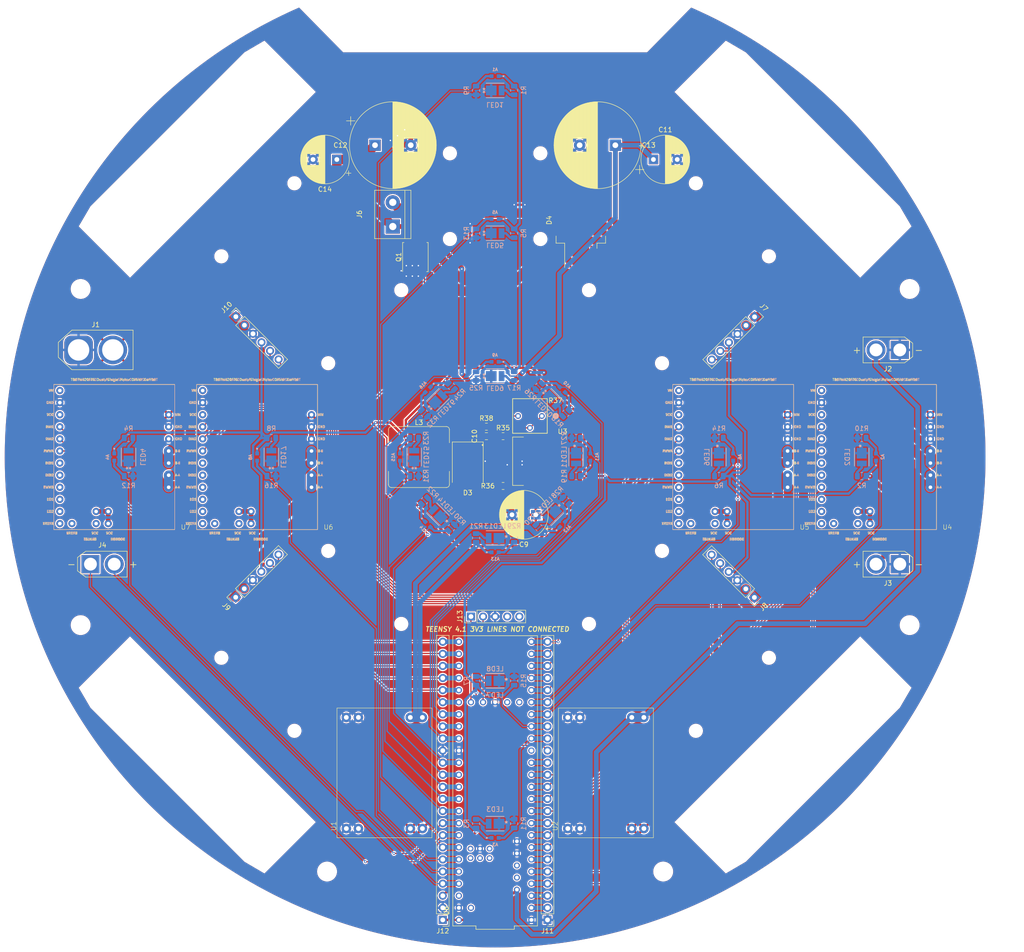
<source format=kicad_pcb>
(kicad_pcb (version 20221018) (generator pcbnew)
  (layers (0 "F.Cu" signal) (31 "B.Cu" signal) (34 "B.Paste" user) (35 "F.Paste" user) (36 "B.SilkS" user "B.Silkscreen") (37 "F.SilkS" user "F.Silkscreen") (38 "B.Mask" user) (39 "F.Mask" user) (44 "Edge.Cuts" user))
  (net 0 "")
  (net 1 "+3V3")
  (net 2 "GND")
  (net 3 "/2")
  (net 4 "+15V")
  (net 5 "+5V")
  (net 6 "Net-(J7-Pin_1)")
  (net 7 "/30")
  (net 8 "/31")
  (net 9 "/28")
  (net 10 "/29")
  (net 11 "Net-(J7-Pin_2)")
  (net 12 "Net-(J8-Pin_1)")
  (net 13 "/34")
  (net 14 "/35")
  (net 15 "Net-(J8-Pin_2)")
  (net 16 "/7")
  (net 17 "/8")
  (net 18 "/32")
  (net 19 "/18")
  (net 20 "/19")
  (net 21 "/0")
  (net 22 "/1")
  (net 23 "/3")
  (net 24 "/4")
  (net 25 "/5")
  (net 26 "/6")
  (net 27 "/9")
  (net 28 "/10")
  (net 29 "/11")
  (net 30 "/12")
  (net 31 "/24")
  (net 32 "/25")
  (net 33 "/14")
  (net 34 "/15")
  (net 35 "/23")
  (net 36 "/22")
  (net 37 "/21")
  (net 38 "/20")
  (net 39 "/17")
  (net 40 "/16")
  (net 41 "/13")
  (net 42 "/41")
  (net 43 "/40")
  (net 44 "/39")
  (net 45 "/38")
  (net 46 "/37")
  (net 47 "/36")
  (net 48 "/33")
  (net 49 "Net-(LED1-Pad2)")
  (net 50 "Net-(LED2-Pad2)")
  (net 51 "Net-(LED3-Pad2)")
  (net 52 "Net-(LED4-Pad2)")
  (net 53 "Net-(LED5-Pad2)")
  (net 54 "Net-(LED6-Pad2)")
  (net 55 "Net-(LED7-Pad2)")
  (net 56 "Net-(LED8-Pad2)")
  (net 57 "Net-(LED9-Pad2)")
  (net 58 "Net-(LED10-Pad2)")
  (net 59 "Net-(LED11-Pad2)")
  (net 60 "Net-(LED12-Pad2)")
  (net 61 "Net-(LED13-Pad2)")
  (net 62 "Net-(LED14-Pad2)")
  (net 63 "Net-(LED15-Pad2)")
  (net 73 "Net-(U7-HBMODE)")
  (net 84 "Net-(U4-HBMODE)")
  (net 95 "Net-(U5-HBMODE)")
  (net 97 "Net-(LED16-Pad2)")
  (net 98 "Net-(J9-Pin_1)")
  (net 99 "Net-(J9-Pin_2)")
  (net 100 "Net-(J10-Pin_1)")
  (net 101 "Net-(J10-Pin_2)")
  (net 103 "/27")
  (net 104 "/26")
  (net 113 "Net-(U6-HBMODE)")
  (net 127 "Net-(C10-Pad1)")
  (net 128 "Net-(D3-K)")
  (net 129 "Net-(D3-A)")
  (net 131 "Net-(D4-K)")
  (net 132 "Net-(U3-COMP)")
  (net 133 "Net-(U3-FB)")
  (net 134 "Net-(R37-Pad3)")
  (net 135 "/ON{slash}OFF")
  (net 136 "/PROGRAM")
  (footprint "Converter_DCDC:DC-DC Multi-output Buck Converter" (layer "F.Cu") (at 163.27 230 90)
    (fp_text reference "U2")
    (fp_text value "~")
  )
  (footprint "TB67H420FTG Dual_Single Motor Driver Carrier:TB67H420FTG DualSingle Motor Driver Carrier" (layer "F.Cu") (at 200 150)
    (fp_text reference "U5")
    (fp_text value "TB67H420FTG Dual/Single Motor Driver Carrier ")
  )
  (footprint "Capacitor_SMD:C_0805_2012Metric" (layer "F.Cu") (at 148.16875 145.625 180)
    (fp_text reference "C10")
    (fp_text value "1uF")
  )
  (footprint "Connector_AMASS:AMASS_XT30U-F_1x02_P5.0mm_Vertical" (layer "F.Cu") (at 235 127.5 180)
    (fp_text reference "J2")
    (fp_text value "BACKUP 5V")
  )
  (footprint "Connector_AMASS:AMASS_XT30U-F_1x02_P5.0mm_Vertical" (layer "F.Cu") (at 65 172.5)
    (fp_text reference "J4")
    (fp_text value "I2C")
  )
  (footprint "Resistor_SMD:R_0805_2012Metric" (layer "F.Cu") (at 148.16875 143.625)
    (fp_text reference "R38")
    (fp_text value "57K")
  )
  (footprint "Capacitor_THT:CP_Radial_D18.0mm_P7.50mm" (layer "F.Cu") (at 175.25 84.5 180)
    (fp_text reference "C13")
    (fp_text value "560uF")
  )
  (footprint "Capacitor_THT:CP_Radial_D10.0mm_P5.00mm" (layer "F.Cu") (at 158.536427 162.125 180)
    (fp_text reference "C9")
    (fp_text value "100uF")
  )
  (footprint "Converter_DCDC:DC-DC Multi-output Buck Converter" (layer "F.Cu") (at 116.75 230 90)
    (fp_text reference "U1")
    (fp_text value "~")
  )
  (footprint "Package_TO_SOT_SMD:TDSON-8-1" (layer "F.Cu") (at 133.25 108 90)
    (fp_text reference "Q1")
    (fp_text value "BSC040N10NS5")
  )
  (footprint "TB67H420FTG Dual_Single Motor Driver Carrier:TB67H420FTG DualSingle Motor Driver Carrier" (layer "F.Cu") (at 230 150)
    (fp_text reference "U4")
    (fp_text value "TB67H420FTG Dual/Single Motor Driver Carrier ")
  )
  (footprint "Diode_SMD:D_SMC" (layer "F.Cu") (at 144.25 151.75 -90)
    (fp_text reference "D3")
    (fp_text value "SS510")
  )
  (footprint "LM2587S-ADJ:VREG_TPS79625KTTR" (layer "F.Cu") (at 160.58125 150.875)
    (fp_text reference "U3")
    (fp_text value "LM2587S-ADJ")
  )
  (footprint "Capacitor_THT:CP_Radial_D10.0mm_P5.00mm" (layer "F.Cu") (at 183.25 87.5)
    (fp_text reference "C11")
    (fp_text value "100uF")
  )
  (footprint "Resistor_SMD:R_0805_2012Metric" (layer "F.Cu") (at 151.66875 145.625 180)
    (fp_text reference "R35")
    (fp_text value "2K94")
  )
  (footprint "Connector_PinSocket_2.54mm:PinSocket_1x06_P2.54mm_Vertical" (layer "F.Cu") (at 204.454773 179.490128 -135)
    (fp_text reference "J8")
    (fp_text value "Motor 2")
  )
  (footprint "TB67H420FTG Dual_Single Motor Driver Carrier:TB67H420FTG DualSingle Motor Driver Carrier" (layer "F.Cu") (at 70 150)
    (fp_text reference "U7")
    (fp_text value "TB67H420FTG Dual/Single Motor Driver Carrier ")
  )
  (footprint "Capacitor_THT:CP_Radial_D18.0mm_P7.50mm" (layer "F.Cu") (at 124.77222 84.5)
    (fp_text reference "C12")
    (fp_text value "560uF")
  )
  (footprint "Connector_AMASS:AMASS_XT60-F_1x02_P7.20mm_Vertical" (layer "F.Cu") (at 62.5 127.5)
    (fp_text reference "J1")
    (fp_text value "BATTERY POWER")
  )
  (footprint "Inductor_SMD:L_Bourns_SRR1260" (layer "F.Cu") (at 134 150)
    (fp_text reference "L3")
    (fp_text value "56uH")
  )
  (footprint "Connector_PinSocket_2.54mm:PinSocket_1x06_P2.54mm_Vertical" (layer "F.Cu") (at 95.509872 179.454773 135)
    (fp_text reference "J9")
    (fp_text value "Motor 3")
  )
  (footprint "POT_CT-6EP_NDC:POT_CT-6EP_NDC" (layer "F.Cu") (at 159.81385 141.375 180)
    (fp_text reference "R37")
    (fp_text value "CT6EP103")
  )
  (footprint "Connector_PinHeader_2.54mm:PinHeader_1x24_P2.54mm_Vertical" (layer "F.Cu") (at 161 247.22 180)
    (fp_text reference "J11")
    (fp_text value "LEFT HEADERS")
  )
  (footprint "Capacitor_THT:CP_Radial_D10.0mm_P5.00mm" (layer "F.Cu") (at 116.75 87.5 180)
    (fp_text reference "C14")
    (fp_text value "100uF")
  )
  (footprint "TerminalBlock:TerminalBlock_bornier-2_P5.08mm" (layer "F.Cu") (at 128.5 101.58 90)
    (fp_text reference "J6")
    (fp_text value "Solenoid")
  )
  (footprint "Connector_PinHeader_2.54mm:PinHeader_1x24_P2.54mm_Vertical" (layer "F.Cu") (at 139 247.22 180)
    (fp_text reference "J12")
    (fp_text value "RIGHT HEADERS")
  )
  (footprint "Connector_PinSocket_2.54mm:PinSocket_1x06_P2.54mm_Vertical" (layer "F.Cu") (at 95.545227 120.509872 45)
    (fp_text reference "J10")
    (fp_text value "Motor 4")
  )
  (footprint "Resistor_SMD:R_0805_2012Metric" (layer "F.Cu") (at 151.66875 156.075 180)
    (fp_text reference "R36")
    (fp_text value "1K5")
  )
  (footprint "Connector_PinSocket_2.54mm:PinSocket_1x06_P2.54mm_Vertical" (layer "F.Cu") (at 204.490128 120.545227 -45)
    (fp_text reference "J7")
    (fp_text value "Motor 1")
  )
  (footprint "Package_TO_SOT_SMD:TO-263-2" (layer "F.Cu") (at 168 100.25 90)
    (fp_text reference "D4")
    (fp_text value "STTH2002G-TR\n")
  )
  (footprint "Connector_AMASS:AMASS_XT30U-F_1x02_P5.0mm_Vertical" (layer "F.Cu") (at 235 172.5 180)
    (fp_text reference "J3")
    (fp_text value "BACKUP 3V3")
  )
  (footprint "DEV-16771:MODULE_DEV-16771" (layer "F.Cu") (at 150 218.01 90)
    (fp_text reference "U8")
    (fp_text value "DEV-16771")
  )
  (footprint "Connector_PinHeader_2.54mm:PinHeader_1x05_P2.54mm_Vertical" (layer "F.Cu") (at 144.925 183.5 90)
    (fp_text reference "J13")
    (fp_text value "MID HEADERS")
  )
  (footprint "TB67H420FTG Dual_Single Motor Driver Carrier:TB67H420FTG DualSingle Motor Driver Carrier" (layer "F.Cu") (at 100 150)
    (fp_text reference "U6")
    (fp_text value "TB67H420FTG Dual/Single Motor Driver Carrier ")
  )
  (footprint "JB2835AWT-W-U30GA0000-N0000001:LED_J2835_CRW" (layer "B.Cu") (at 150 103)
    (fp_text reference "LED5")
    (fp_text value "JB2835AWT-W-U30GA0000-N0000001")
  )
  (footprint "ALS-PT19-315C_L177_TR8:XDCR_ALS-PT19-315C_L177_TR8" (layer "B.Cu") (at 164.142136 164.142136 45)
    (fp_text reference "A12")
    (fp_text value "ALS-PT19-315C/L177/TR8")
  )
  (footprint "Resistor_SMD:R_0805_2012Metric" (layer "B.Cu") (at 197 146)
    (fp_text reference "R14")
    (fp_text value "10K")
  )
  (footprint "Resistor_SMD:R_0805_2012Metric" (layer "B.Cu") (at 146 103 90)
    (fp_text reference "R13")
    (fp_text value "10K")
  )
  (footprint "Resistor_SMD:R_0805_2012Metric" (layer "B.Cu") (at 167 154 180)
    (fp_text reference "R19")
    (fp_text value "12R")
  )
  (footprint "JB2835AWT-W-U30GA0000-N0000001:LED_J2835_CRW" (layer "B.Cu") (at 227 150 -90)
    (fp_text reference "LED2")
    (fp_text value "JB2835AWT-W-U30GA0000-N0000001")
  )
  (footprint "JB2835AWT-W-U30GA0000-N0000001:LED_J2835_CRW" (layer "B.Cu") (at 137.979185 137.979185 45)
    (fp_text reference "LED16")
    (fp_text value "JB2835AWT-W-U30GA0000-N0000001")
  )
  (footprint "Resistor_SMD:R_0805_2012Metric" (layer "B.Cu") (at 146 197 90)
    (fp_text reference "R7")
    (fp_text value "12R")
  )
  (footprint "Resistor_SMD:R_0805_2012Metric" (layer "B.Cu") (at 133 146)
    (fp_text reference "R23")
    (fp_text value "12R")
  )
  (footprint "ALS-PT19-315C_L177_TR8:XDCR_ALS-PT19-315C_L177_TR8" (layer "B.Cu") (at 150 230)
    (fp_text reference "A3")
    (fp_text value "ALS-PT19-315C/L177/TR8")
  )
  (footprint "Resistor_SMD:R_0805_2012Metric" (layer "B.Cu") (at 103 154 180)
    (fp_text reference "R16")
    (fp_text value "10K")
  )
  (footprint "ALS-PT19-315C_L177_TR8:XDCR_ALS-PT19-315C_L177_TR8" (layer "B.Cu") (at 230 150 90)
    (fp_text reference "A2")
    (fp_text value "ALS-PT19-315C/L177/TR8")
  )
  (footprint "JB2835AWT-W-U30GA0000-N0000001:LED_J2835_CRW" (layer "B.Cu") (at 150 227 180)
    (fp_text reference "LED3")
    (fp_text value "JB2835AWT-W-U30GA0000-N0000001")
  )
  (footprint "Resistor_SMD:R_0805_2012Metric" (layer "B.Cu") (at 154 227 -90)
    (fp_text reference "R11")
    (fp_text value "10K")
  )
  (footprint "Resistor_SMD:R_0805_2012Metric" (layer "B.Cu") (at 164.849242 140.807612 -135)
    (fp_text reference "R18")
    (fp_text value "12R")
  )
  (footprint "Resistor_SMD:R_0805_2012Metric" (layer "B.Cu") (at 159.192388 135.150758 45)
    (fp_text reference "R26")
    (fp_text value "10K")
  )
  (footprint "ALS-PT19-315C_L177_TR8:XDCR_ALS-PT19-315C_L177_TR8" (layer "B.Cu") (at 135.857864 135.857864 -135)
    (fp_text reference "A16")
    (fp_text value "ALS-PT19-315C/L177/TR8")
  )
  (footprint "Resistor_SMD:R_0805_2012Metric" (layer "B.Cu") (at 135.150758 140.807612 135)
    (fp_text reference "R32")
    (fp_text value "10K")
  )
  (footprint "ALS-PT19-315C_L177_TR8:XDCR_ALS-PT19-315C_L177_TR8" (layer "B.Cu") (at 135.857864 164.142136 -45)
    (fp_text reference "A14")
    (fp_text value "ALS-PT19-315C/L177/TR8")
  )
  (footprint "Resistor_SMD:R_0805_2012Metric" (layer "B.Cu") (at 227 154 180)
    (fp_text reference "R2")
    (fp_text value "12R")
  )
  (footprint "Resistor_SMD:R_0805_2012Metric" (layer "B.Cu") (at 154 197 -90)
    (fp_text reference "R15")
    (fp_text value "10K")
  )
  (footprint "ALS-PT19-315C_L177_TR8:XDCR_ALS-PT19-315C_L177_TR8" (layer "B.Cu") (at 164.142136 135.857864 135)
    (fp_text reference "A10")
    (fp_text value "ALS-PT19-315C/L177/TR8")
  )
  (footprint "Resistor_SMD:R_0805_2012Metric" (layer "B.Cu") (at 146 133 90)
    (fp_text reference "R25")
    (fp_text value "10K")
  )
  (footprint "ALS-PT19-315C_L177_TR8:XDCR_ALS-PT19-315C_L177_TR8" (layer "B.Cu") (at 150 170)
    (fp_text reference "A13")
    (fp_text value "ALS-PT19-315C/L177/TR8")
  )
  (footprint "JB2835AWT-W-U30GA0000-N0000001:LED_J2835_CRW" (layer "B.Cu") (at 150 197 180)
    (fp_text reference "LED8")
    (fp_text value "JB2835AWT-W-U30GA0000-N0000001")
  )
  (footprint "Resistor_SMD:R_0805_2012Metric" (layer "B.Cu") (at 164.849242 159.192388 -45)
    (fp_text reference "R28")
    (fp_text value "10K")
  )
  (footprint "Resistor_SMD:R_0805_2012Metric" (layer "B.Cu") (at 227 146)
    (fp_text reference "R10")
    (fp_text value "10K")
  )
  (footprint "JB2835AWT-W-U30GA0000-N0000001:LED_J2835_CRW" (layer "B.Cu") (at 162.020815 162.020815 -135)
    (fp_text reference "LED12")
    (fp_text value "JB2835AWT-W-U30GA0000-N0000001")
  )
  (footprint "Resistor_SMD:R_0805_2012Metric" (layer "B.Cu") (at 135.150758 159.192388 45)
    (fp_text reference "R22")
    (fp_text value "12R")
  )
  (footprint "JB2835AWT-W-U30GA0000-N0000001:LED_J2835_CRW" (layer "B.Cu") (at 167 150 -90)
    (fp_text reference "LED11")
    (fp_text value "JB2835AWT-W-U30GA0000-N0000001")
  )
  (footprint "Resistor_SMD:R_0805_2012Metric" (layer "B.Cu") (at 167 146)
    (fp_text reference "R27")
    (fp_text value "10K")
  )
  (footprint "ALS-PT19-315C_L177_TR8:XDCR_ALS-PT19-315C_L177_TR8" (layer "B.Cu") (at 130 150 -90)
    (fp_text reference "A15")
    (fp_text value "ALS-PT19-315C/L177/TR8")
  )
  (footprint "ALS-PT19-315C_L177_TR8:XDCR_ALS-PT19-315C_L177_TR8" (layer "B.Cu") (at 200 150 90)
    (fp_text reference "A6")
    (fp_text value "ALS-PT19-315C/L177/TR8")
  )
  (footprint "JB2835AWT-W-U30GA0000-N0000001:LED_J2835_CRW" (layer "B.Cu") (at 103 150 90)
    (fp_text reference "LED17")
    (fp_text value "JB2835AWT-W-U30GA0000-N0000001")
  )
  (footprint "JB2835AWT-W-U30GA0000-N0000001:LED_J2835_CRW" (layer "B.Cu") (at 150 73)
    (fp_text reference "LED1")
    (fp_text value "JB2835AWT-W-U30GA0000-N0000001")
  )
  (footprint "ALS-PT19-315C_L177_TR8:XDCR_ALS-PT19-315C_L177_TR8" (layer "B.Cu") (at 150 130 180)
    (fp_text reference "A9")
    (fp_text value "ALS-PT19-315C/L177/TR8")
  )
  (footprint "Resistor_SMD:R_0805_2012Metric" (layer "B.Cu") (at 146 167 90)
    (fp_text reference "R21")
    (fp_text value "12R")
  )
  (footprint "JB2835AWT-W-U30GA0000-N0000001:LED_J2835_CRW" (layer "B.Cu") (at 150 167 180)
    (fp_text reference "LED13")
    (fp_text value "JB2835AWT-W-U30GA0000-N0000001")
  )
  (footprint "ALS-PT19-315C_L177_TR8:XDCR_ALS-PT19-315C_L177_TR8" (layer "B.Cu") (at 150 70 180)
    (fp_text reference "A1")
    (fp_text value "ALS-PT19-315C/L177/TR8")
  )
  (footprint "ALS-PT19-315C_L177_TR8:XDCR_ALS-PT19-315C_L177_TR8" (layer "B.Cu") (at 100 150 -90)
    (fp_text reference "A8")
    (fp_text value "ALS-PT19-315C/L177/TR8")
  )
  (footprint "Resistor_SMD:R_0805_2012Metric" (layer "B.Cu") (at 103 146)
    (fp_text reference "R8")
    (fp_text value "12R")
  )
  (footprint "JB2835AWT-W-U30GA0000-N0000001:LED_J2835_CRW" (layer "B.Cu") (at 162.020815 137.979185 -45)
    (fp_text reference "LED10")
    (fp_text value "JB2835AWT-W-U30GA0000-N0000001")
  )
  (footprint "Resistor_SMD:R_0805_2012Metric" (layer "B.Cu") (at 154 73 -90)
    (fp_text reference "R1")
    (fp_text value "12R")
  )
  (footprint "Resistor_SMD:R_0805_2012Metric" (layer "B.Cu") (at 159.192388 164.849242 135)
    (fp_text reference "R20")
    (fp_text value "12R")
  )
  (footprint "JB2835AWT-W-U30GA0000-N0000001:LED_J2835_CRW" (layer "B.Cu") (at 150 197 180)
    (fp_text reference "LED7")
    (fp_text value "JB2835AWT-W-U30GA0000-N0000001")
  )
  (footprint "Resistor_SMD:R_0805_2012Metric" (layer "B.Cu") (at 146 73 90)
    (fp_text reference "R9")
    (fp_text value "10K")
  )
  (footprint "Resistor_SMD:R_0805_2012Metric" (layer "B.Cu") (at 146 227 90)
    (fp_text reference "R3")
    (fp_text value "12R")
  )
  (footprint "Resistor_SMD:R_0805_2012Metric" (layer "B.Cu") (at 154 167 -90)
    (fp_text reference "R29")
    (fp_text value "10K")
  )
  (footprint "Resistor_SMD:R_0805_2012Metric" (layer "B.Cu") (at 133 154 180)
    (fp_text reference "R31")
    (fp_text value "10K")
  )
  (footprint "Resistor_SMD:R_0805_2012Metric" (layer "B.Cu") (at 154 103 -90)
    (fp_text reference "R5")
    (fp_text value "12R")
  )
  (footprint "ALS-PT19-315C_L177_TR8:XDCR_ALS-PT19-315C_L177_TR8" (layer "B.Cu") (at 150 100 180)
    (fp_text reference "A5")
    (fp_text value "ALS-PT19-315C/L177/TR8")
  )
  (footprint "Resistor_SMD:R_0805_2012Metric" (layer "B.Cu") (at 197 154 180)
    (fp_text reference "R6")
    (fp_text value "12R")
  )
  (footprint "Resistor_SMD:R_0805_2012Metric" (layer "B.Cu") (at 140.807612 135.150758 -45)
    (fp_text reference "R24")
    (fp_text value "12R")
  )
  (footprint "ALS-PT19-315C_L177_TR8:XDCR_ALS-PT19-315C_L177_TR8" (layer "B.Cu") (at 70 150 -90)
    (fp_text reference "A4")
    (fp_text value "ALS-PT19-315C/L177/TR8")
  )
  (footprint "JB2835AWT-W-U30GA0000-N0000001:LED_J2835_CRW" (layer "B.Cu") (at 150 133)
    (fp_text reference "LED9")
    (fp_text value "JB2835AWT-W-U30GA0000-N0000001")
  )
  (footprint "Resistor_SMD:R_0805_2012Metric" (layer "B.Cu") (at 73 146)
    (fp_text reference "R4")
    (fp_text value "12R")
  )
  (footprint "Resistor_SMD:R_0805_2012Metric" (layer "B.Cu") (at 140.807612 164.849242 -135)
    (fp_text reference "R30")
    (fp_text value "10K")
  )
  (footprint "ALS-PT19-315C_L177_TR8:XDCR_ALS-PT19-315C_L177_TR8" (layer "B.Cu") (at 170 150 90)
    (fp_text reference "A11")
    (fp_text value "ALS-PT19-315C/L177/TR8")
  )
  (footprint "JB2835AWT-W-U30GA0000-N0000001:LED_J2835_CRW" (layer "B.Cu") (at 137.979185 162.020815 135)
    (fp_text reference "LED14")
    (fp_text value "JB2835AWT-W-U30GA0000-N0000001")
  )
  (footprint "ALS-PT19-315C_L177_TR8:XDCR_ALS-PT19-315C_L177_TR8" (layer "B.Cu") (at 150 200)
    (fp_text reference "A7")
    (fp_text value "ALS-PT19-315C/L177/TR8")
  )
  (footprint "JB2835AWT-W-U30GA0000-N0000001:LED_J2835_CRW" (layer "B.Cu") (at 197 150 -90)
    (fp_text reference "LED6")
    (fp_text value "JB2835AWT-W-U30GA0000-N0000001")
  )
  (footprint "JB2835AWT-W-U30GA0000-N0000001:LED_J2835_CRW" (layer "B.Cu") (at 73 150 90)
    (fp_text reference "LED4")
    (fp_text value "JB2835AWT-W-U30GA0000-N0000001")
  )
  (footprint "Resistor_SMD:R_0805_2012Metric" (layer "B.Cu") (at 73 154 180)
    (fp_text reference "R12")
    (fp_text value "10K")
  )
  (footprint "JB2835AWT-W-U30GA0000-N0000001:LED_J2835_CRW" (layer "B.Cu") (at 133 150 90)
    (fp_text reference "LED15")
    (fp_text value "JB2835AWT-W-U30GA0000-N0000001")
  )
  (footprint "Resistor_SMD:R_0805_2012Metric" (layer "B.Cu") (at 154 133 -90)
    (fp_text reference "R17")
    (fp_text value "12R")
  )
  (gr_circle (center 62.936364 114.69658) (end 65.036364 114.69658) (stroke (width 0.01)) (fill none) (layer "Edge.Cuts"))
  (gr_line (start 64.99254 97.33377) (end 97.33377 64.99254) (stroke (width 0.01)) (layer "Edge.Cuts"))
  (gr_line (start 101.552039 62.519745) (end 112.346564 73.31427) (stroke (width 0.01)) (layer "Edge.Cuts"))
  (gr_circle (center 237.063636 185.30342) (end 239.163636 185.30342) (stroke (width 0.01)) (fill none) (layer "Edge.Cuts"))
  (gr_line (start 73.31427 187.653436) (end 112.346564 226.68573) (stroke (width 0.01)) (layer "Edge.Cuts"))
  (gr_line (start 198.447961 62.519745) (end 202.66623 64.99254) (stroke (width 0.01)) (layer "Edge.Cuts"))
  (gr_line (start 181.919148 65) (end 118.080852 65) (stroke (width 0.01)) (layer "Edge.Cuts"))
  (gr_line (start 62.519745 101.552039) (end 64.99254 97.33377) (stroke (width 0.01)) (layer "Edge.Cuts"))
  (gr_line (start 235.00746 202.66623) (end 202.66623 235.00746) (stroke (width 0.01)) (layer "Edge.Cuts"))
  (gr_circle (center 114.69658 237.063636) (end 116.79658 237.063636) (stroke (width 0.01)) (fill none) (layer "Edge.Cuts"))
  (gr_circle (center 114.945181 130.289398) (end 116.445181 130.289398) (stroke (width 0.01)) (fill none) (layer "Edge.Cuts"))
  (gr_circle (center 185.054819 169.710602) (end 186.554819 169.710602) (stroke (width 0.01)) (fill none) (layer "Edge.Cuts"))
  (gr_line (start 226.68573 187.653436) (end 237.480255 198.447961) (stroke (width 0.01)) (layer "Edge.Cuts"))
  (gr_circle (center 159.5 86.2) (end 161 86.2) (stroke (width 0.01)) (fill none) (layer "Edge.Cuts"))
  (gr_line (start 191.177742 55.58923) (end 181.919148 65) (stroke (width 0.01)) (layer "Edge.Cuts"))
  (gr_line (start 202.66623 235.00746) (end 198.447961 237.480255) (stroke (width 0.01)) (layer "Edge.Cuts"))
  (gr_circle (center 92.494541 107.838758) (end 93.994541 107.838758) (stroke (width 0.01)) (fill none) (layer "Edge.Cuts"))
  (gr_line (start 97.33377 64.99254) (end 101.552039 62.519745) (stroke (width 0.01)) (layer "Edge.Cuts"))
  (gr_circle (center 107.838758 92.494541) (end 109.338758 92.494541) (stroke (width 0.01)) (fill none) (layer "Edge.Cuts"))
  (gr_line (start 118.080852 65) (end 108.822258 55.58923) (stroke (width 0.01)) (layer "Edge.Cuts"))
  (gr_line (start 237.480255 101.552039) (end 226.68573 112.346564) (stroke (width 0.01)) (layer "Edge.Cuts"))
  (gr_circle (center 185.054819 130.289398) (end 186.554819 130.289398) (stroke (width 0.01)) (fill none) (layer "Edge.Cuts"))
  (gr_circle (center 159.5 104.2) (end 161 104.2) (stroke (width 0.01)) (fill none) (layer "Edge.Cuts"))
  (gr_line (start 64.99254 202.66623) (end 62.519745 198.447961) (stroke (width 0.01)) (layer "Edge.Cuts"))
  (gr_line (start 112.346564 73.31427) (end 73.31427 112.346564) (stroke (width 0.01)) (layer "Edge.Cuts"))
  (gr_line (start 187.653436 226.68573) (end 226.68573 187.653436) (stroke (width 0.01)) (layer "Edge.Cuts"))
  (gr_circle (center 92.494541 192.161242) (end 93.994541 192.161242) (stroke (width 0.01)) (fill none) (layer "Edge.Cuts"))
  (gr_circle (center 62.936364 185.30342) (end 65.036364 185.30342) (stroke (width 0.01)) (fill none) (layer "Edge.Cuts"))
  (gr_line (start 237.480255 198.447961) (end 235.00746 202.66623) (stroke (width 0.01)) (layer "Edge.Cuts"))
  (gr_circle (center 130.289398 185.054819) (end 131.789398 185.054819) (stroke (width 0.01)) (fill none) (layer "Edge.Cuts"))
  (gr_circle (center 140.5 86.2) (end 142 86.2) (stroke (width 0.01)) (fill none) (layer "Edge.Cuts"))
  (gr_circle (center 185.30342 237.063636) (end 187.40342 237.063636) (stroke (width 0.01)) (fill none) (layer "Edge.Cuts"))
  (gr_circle (center 107.838758 207.505459) (end 109.338758 207.505459) (stroke (width 0.01)) (fill none) (layer "Edge.Cuts"))
  (gr_line (start 202.66623 64.99254) (end 235.00746 97.33377) (stroke (width 0.01)) (layer "Edge.Cuts"))
  (gr_line (start 187.653436 73.31427) (end 198.447961 62.519745) (stroke (width 0.01)) (layer "Edge.Cuts"))
  (gr_circle (center 207.505459 107.838758) (end 209.005459 107.838758) (stroke (width 0.01)) (fill none) (layer "Edge.Cuts"))
  (gr_circle (center 114.945181 169.710602) (end 116.445181 169.710602) (stroke (width 0.01)) (fill none) (layer "Edge.Cuts"))
  (gr_line (start 198.447961 237.480255) (end 187.653436 226.68573) (stroke (width 0.01)) (layer "Edge.Cuts"))
  (gr_circle (center 169.710602 185.054819) (end 171.210602 185.054819) (stroke (width 0.01)) (fill none) (layer "Edge.Cuts"))
  (gr_line (start 73.31427 112.346564) (end 62.519745 101.552039) (stroke (width 0.01)) (layer "Edge.Cuts"))
  (gr_circle (center 237.063636 114.69658) (end 239.163636 114.69658) (stroke (width 0.01)) (fill none) (layer "Edge.Cuts"))
  (gr_line (start 101.552039 237.480255) (end 97.33377 235.00746) (stroke (width 0.01)) (layer "Edge.Cuts"))
  (gr_circle (center 192.161242 92.494541) (end 193.661242 92.494541) (stroke (width 0.01)) (fill none) (layer "Edge.Cuts"))
  (gr_circle (center 207.505459 192.161242) (end 209.005459 192.161242) (stroke (width 0.01)) (fill none) (layer "Edge.Cuts"))
  (gr_circle (center 192.161242 207.505459) (end 193.661242 207.505459) (stroke (width 0.01)) (fill none) (layer "Edge.Cuts"))
  (gr_circle (center 169.710602 114.945181) (end 171.210602 114.945181) (stroke (width 0.01)) (fill none) (layer "Edge.Cuts"))
  (gr_circle (center 130.289398 114.945181) (end 131.789398 114.945181) (stroke (width 0.01)) (fill none) (layer "Edge.Cuts"))
  (gr_line (start 97.33377 235.00746) (end 64.99254 202.66623) (stroke (width 0.01)) (layer "Edge.Cuts"))
  (gr_line (start 62.519745 198.447961) (end 73.31427 187.653436) (stroke (width 0.01)) (layer "Edge.Cuts"))
  (gr_line (start 226.68573 112.346564) (end 187.653436 73.31427) (stroke (width 0.01)) (layer "Edge.Cuts"))
  (gr_arc (start 191.177742 55.58923) (mid 150 253) (end 108.822258 55.58923) (stroke (width 0.01)) (layer "Edge.Cuts"))
  (gr_line (start 235.00746 97.33377) (end 237.480255 101.552039) (stroke (width 0.01)) (layer "Edge.Cuts"))
  (gr_circle (center 140.5 104.2) (end 142 104.2) (stroke (width 0.01)) (fill none) (layer "Edge.Cuts"))
  (gr_line (start 112.346564 226.68573) (end 101.552039 237.480255) (stroke (width 0.01)) (layer "Edge.Cuts"))
  (gr_text "TEENSY 4.1 3V3 LINES NOT CONNECTED " (at 135.25 186.75) (layer "F.SilkS") (effects (font (size 1 1) (thickness 0.2) bold italic) (justify left bottom)))
  (segment (start 139.570175 133.913321) (end 142.233496 131.25) (width 0.5) (layer "F.Cu") (net 1))
  (segment (start 128 142.75) (end 131.25 146) (width 0.5) (layer "F.Cu") (net 1))
  (segment (start 146 199.51) (end 146 202.25) (width 0.25) (layer "F.Cu") (net 1))
  (segment (start 124.875 142.75) (end 128 142.75) (width 0.5) (layer "F.Cu") (net 1))
  (segment (start 146 168.75) (end 142.233496 168.75) (width 0.5) (layer "F.Cu") (net 1))
  (segment (start 131.25 146) (end 131.25 142.233496) (width 0.5) (layer "F.Cu") (net 1))
  (segment (start 232 157.25) (end 228.75 154) (width 1) (layer "F.Cu") (net 1))
  (segment (start 166.086679 139.570175) (end 168.75 142.233496) (width 0.5) (layer "F.Cu") (net 1))
  (segment (start 146 202.25) (end 154.306 210.556) (width 0.25) (layer "F.Cu") (net 1))
  (segment (start 230 172.5) (end 232 170.5) (width 1) (layer "F.Cu") (net 1))
  (segment (start 142.233495 131.25) (end 153.999999 131.25) (width 0.5) (layer "F.Cu") (net 1))
  (segment (start 142.233496 168.75) (end 133.913321 160.429825) (width 0.5) (layer "F.Cu") (net 1))
  (segment (start 168.75 157.766504) (end 160.429825 166.086679) (width 0.5) (layer "F.Cu") (net 1))
  (segment (start 173.0745 154) (end 168.75 154) (width 0.5) (layer "F.Cu") (net 1))
  (segment (start 157.766505 168.75) (end 146.000001 168.75) (width 0.5) (layer "F.Cu") (net 1))
  (segment (start 146 228.75) (end 143.776 230.974) (width 0.5) (layer "F.Cu") (net 1))
  (segment (start 154 131.25) (end 157.766504 131.25) (width 0.5) (layer "F.Cu") (net 1))
  (segment (start 140.14 241) (end 139 242.14) (width 0.5) (layer "F.Cu") (net 1))
  (segment (start 142.541292 241) (end 140.14 241) (width 0.5) (layer "F.Cu") (net 1))
  (segment (start 131.25 157.766505) (end 131.25 146.000001) (width 0.5) (layer "F.Cu") (net 1))
  (segment (start 232 170.5) (end 232 157.25) (width 1) (layer "F.Cu") (net 1))
  (segment (start 131.25 142.233496) (end 139.570175 133.913321) (width 0.5) (layer "F.Cu") (net 1))
  (segment (start 157.766504 131.25) (end 166.086679 139.570175) (width 0.5) (layer "F.Cu") (net 1))
  (segment (start 133.913321 160.429825) (end 131.25 157.766504) (width 0.5) (layer "F.Cu") (net 1))
  (segment (start 160.429825 166.086679) (end 157.766504 168.75) (width 0.5) (layer "F.Cu") (net 1))
  (segment (start 143.776 230.974) (end 143.776 239.765292) (width 0.5) (layer "F.Cu") (net 1))
  (segment (start 143.776 239.765292) (end 142.541292 241) (width 0.5) (layer "F.Cu") (net 1))
  (segment (start 168.75 142.233495) (end 168.75 153.999999) (width 0.5) (layer "F.Cu") (net 1))
  (segment (start 159.896 210.556) (end 161 211.66) (width 0.25) (layer "F.Cu") (net 1))
  (segment (start 154.306 210.556) (end 159.896 210.556) (width 0.25) (layer "F.Cu") (net 1))
  (segment (start 168.75 154) (end 168.75 157.766504) (width 0.5) (layer "F.Cu") (net 1))
  (via locked (at 146 228.75) (size 0.6) (drill 0.3) (layers "F.Cu" "B.Cu") (net 1))
  (via (at 154 131.25) (size 0.6) (drill 0.3) (layers "F.Cu" "B.Cu") (net 1))
  (via locked (at 228.75 154) (size 0.6) (drill 0.3) (layers "F.Cu" "B.Cu") (net 1))
  (via (at 168.75 154) (size 0.6) (drill 0.3) (layers "F.Cu" "B.Cu") (net 1))
  (via (at 146 168.75) (size 0.6) (drill 0.3) (layers "F.Cu" "B.Cu") (net 1))
  (via (at 131.25 146) (size 0.6) (drill 0.3) (layers "F.Cu" "B.Cu") (net 1))
  (via (at 160.429825 166.086679) (size 0.6) (drill 0.3) (layers "F.Cu" "B.Cu") (net 1))
  (via (at 133.913321 160.429825) (size 0.6) (drill 0.3) (layers "F.Cu" "B.Cu") (net 1))
  (via (at 124.875 142.75) (size 0.6) (drill 0.3) (layers "F.Cu" "B.Cu") (net 1))
  (via (at 139.570175 133.913321) (size 0.6) (drill 0.3) (layers "F.Cu" "B.Cu") (net 1))
  (via (at 146 199.51) (size 0.6) (drill 0.3) (layers "F.Cu" "B.Cu") (net 1))
  (via (at 173.0745 154) (size 0.6) (drill 0.3) (layers "F.Cu" "B.Cu") (net 1))
  (via (at 166.086679 139.570175) (size 0.6) (drill 0.3) (layers "F.Cu" "B.Cu") (net 1))
  (segment (start 100.75 146) (end 100.625 146.125) (width 0.5) (layer "B.Cu") (net 1))
  (segment locked (start 146 197.9125) (end 148.0875 200) (width 0.5) (layer "B.Cu") (net 1))
  (segment (start 99.15 147.6) (end 99.15 152.052449) (width 0.5) (layer "B.Cu") (net 1))
  (segment (start 199.25 154) (end 200 153.25) (width 0.5) (layer "B.Cu") (net 1))
  (segment (start 202.5 144.681103) (end 199.101974 141.283077) (width 0.5) (layer "B.Cu") (net 1))
  (segment (start 167.9125 154) (end 168.75 154) (width 0.5) (layer "B.Cu") (net 1))
  (segment (start 202.5 152.25) (end 202.5 144.681103) (width 0.5) (layer "B.Cu") (net 1))
  (segment (start 80.927973 144.862) (end 81.932027 144.862) (width 0.5) (layer "B.Cu") (net 1))
  (segment locked (start 200 151.9125) (end 200 150.75) (width 0.5) (layer "B.Cu") (net 1))
  (segment (start 159.775 172.225) (end 173.0745 158.9255) (width 0.5) (layer "B.Cu") (net 1))
  (segment (start 100.9375 144.85) (end 102.0875 146) (width 0.5) (layer "B.Cu") (net 1))
  (segment locked (start 167.9125 154) (end 170 151.9125) (width 0.5) (layer "B.Cu") (net 1))
  (segment (start 155.15 73.2375) (end 155.15 100.9375) (width 0.5) (layer "B.Cu") (net 1))
  (segment locked (start 151.9125 130) (end 150.75 130) (width 0.5) (layer "B.Cu") (net 1))
  (segment (start 199.25 154) (end 199.810661 154) (width 0.5) (layer "B.Cu") (net 1))
  (segment locked (start 134.505523 162.789794) (end 135.327535 163.611806) (width 0.5) (layer "B.Cu") (net 1))
  (segment (start 154 72.0875) (end 155.15 73.2375) (width 0.5) (layer "B.Cu") (net 1))
  (segment (start 99.15 152.052449) (end 100.898026 153.800476) (width 0.5) (layer "B.Cu") (net 1))
  (segment (start 203.810661 158) (end 217.745973 158) (width 0.5) (layer "B.Cu") (net 1))
  (segment (start 122.763 144.862) (end 110.927973 144.862) (width 0.5) (layer "B.Cu") (net 1))
  (segment (start 201.5 153.25) (end 202.5 152.25) (width 0.5) (layer "B.Cu") (net 1))
  (segment (start 143.75 200.9225) (end 146 198.6725) (width 0.5) (layer "B.Cu") (net 1))
  (segment (start 124.875 142.75) (end 122.763 144.862) (width 0.5) (layer "B.Cu") (net 1))
  (segment (start 73.2375 144.85) (end 80.915973 144.85) (width 0.5) (layer "B.Cu") (net 1))
  (segment locked (start 227.9125 154) (end 230 151.9125) (width 0.5) (layer "B.Cu") (net 1))
  (segment (start 224.2345 157.678) (end 227.9125 154) (width 0.5) (layer "B.Cu") (net 1))
  (segment (start 154 132.0875) (end 154 131.25) (width 0.5) (layer "B.Cu") (net 1))
  (segment (start 189.084027 155.15) (end 188.956027 155.022) (width 0.5) (layer "B.Cu") (net 1))
  (segment (start 188.956027 155.022) (end 174.0965 155.022) (width 0.5) (layer "B.Cu") (net 1))
  (segment (start 133.25 203.62) (end 133.25 176.551013) (width 1) (layer "B.Cu") (net 1))
  (segment locked (start 146 227.9125) (end 148.0875 230) (width 0.5) (layer "B.Cu") (net 1))
  (segment (start 200 153.25) (end 201.5 153.25) (width 0.5) (layer "B.Cu") (net 1))
  (segment (start 159.837623 165.494477) (end 160.429825 166.086679) (width 0.5) (layer "B.Cu") (net 1))
  (segment (start 134.25 204.22) (end 134.25 180.5) (width 1) (layer "B.Cu") (net 1))
  (segment (start 146 197.9125) (end 143.625 195.5375) (width 0.5) (layer "B.Cu") (net 1))
  (segment locked (start 134.505523 159.837623) (end 134.505523 162.789794) (width 0.5) (layer "B.Cu") (net 1))
  (segment locked (start 154 72.0875) (end 151.9125 70) (width 0.5) (layer "B.Cu") (net 1))
  (segment locked (start 170 151.9125) (end 170 150.75) (width 0.5) (layer "B.Cu") (net 1))
  (segment (start 88.067973 144.862) (end 89.072027 144.862) (width 0.5) (layer "B.Cu") (net 1))
  (segment locked (start 146 167.9125) (end 148.0875 170) (width 0.5) (layer "B.Cu") (net 1))
  (segment (start 81.932027 144.862) (end 81.944027 144.85) (width 0.5) (layer "B.Cu") (net 1))
  (segment (start 89.072027 144.862) (end 89.084027 144.85) (width 0.5) (layer "B.Cu") (net 1))
  (segment (start 203 159.5) (end 203 171.035355) (width 0.5) (layer "B.Cu") (net 1))
  (segment locked (start 227.9125 154) (end 228.75 154) (width 0.5) (layer "B.Cu") (net 1))
  (segment locked (start 146 197.9125) (end 146 198.75) (width 0.5) (layer "B.Cu") (net 1))
  (segment locked (start 151.9125 100) (end 150.75 100) (width 0.5) (layer "B.Cu") (net 1))
  (segment locked (start 72.0875 146) (end 70 148.0875) (width 0.5) (layer "B.Cu") (net 1))
  (segment (start 146 199.51) (end 146 197.9125) (width 0.5) (layer "B.Cu") (net 1))
  (segment (start 199.101974 141.283077) (end 199.101974 125.933381) (width 0.5) (layer "B.Cu") (net 1))
  (segment (start 199.25 154) (end 199.25 155.75) (width 0.5) (layer "B.Cu") (net 1))
  (segment locked (start 162.789794 165.494477) (end 163.611806 164.672465) (width 0.5) (layer "B.Cu") (net 1))
  (segment (start 154 102.0875) (end 155.15 103.2375) (width 0.5) (layer "B.Cu") (net 1))
  (segment (start 196.7625 155.15) (end 189.084027 155.15) (width 0.5) (layer "B.Cu") (net 1))
  (segment locked (start 165.494477 140.162377) (end 165.494477 137.210206) (width 0.5) (layer "B.Cu") (net 1))
  (segment locked (start 165.494477 137.210206) (end 164.672465 136.388194) (width 0.5) (layer "B.Cu") (net 1))
  (segment locked (start 151.9125 70) (end 150.75 70) (width 0.5) (layer "B.Cu") (net 1))
  (segment (start 134.72 204.69) (end 134.25 204.22) (width 1) (layer "B.Cu") (net 1))
  (segment locked (start 154 132.0875) (end 151.9125 130) (width 0.5) (layer "B.Cu") (net 1))
  (segment (start 100.625 146.125) (end 100.933381 145.816619) (width 0.5) (layer "B.Cu") (net 1))
  (segment (start 143.625 195.5375) (end 143.625 179.84736) (width 0.5) (layer "B.Cu") (net 1))
  (segment locked (start 102.0875 146) (end 100 148.0875) (width 0.5) (layer "B.Cu") (net 1))
  (segment (start 140.162377 134.505523) (end 139.570175 133.913321) (width 0.5) (layer "B.Cu") (net 1))
  (segment (start 199.933381 174.101974) (end 199.066619 174.101974) (width 0.5) (layer "B.Cu") (net 1))
  (segment (start 143.625 179.84736) (end 151.24736 172.225) (width 0.5) (layer "B.Cu") (net 1))
  (segment (start 218.067973 157.678) (end 224.2345 157.678) (width 0.5) (layer "B.Cu") (net 1))
  (segment (start 132.18 204.69) (end 134.72 204.69) (width 2) (layer "B.Cu") (net 1))
  (segment (start 80.915973 144.85) (end 80.927973 144.862) (width 0.5) (layer "B.Cu") (net 1))
  (segment (start 88.055973 144.85) (end 88.067973 144.862) (width 0.5) (layer "B.Cu") (net 1))
  (segment (start 158.449926 166.086679) (end 160.429825 166.086679) (width 1) (layer "B.Cu") (net 1))
  (segment (start 151.24736 172.225) (end 159.775 172.225) (width 0.5) (layer "B.Cu") (net 1))
  (segment locked (start 100 148.0875) (end 100 149.25) (width 0.5) (layer "B.Cu") (net 1))
  (segment locked (start 70 148.0875) (end 70 149.25) (width 0.5) (layer "B.Cu") (net 1))
  (segment (start 89.084027 144.85) (end 100.9375 144.85) (width 0.5) (layer "B.Cu") (net 1))
  (segment (start 146 228.6725) (end 143.75 226.4225) (width 0.5) (layer "B.Cu") (net 1))
  (segment (start 110.915973 144.85) (end 103.2375 144.85) (width 0.5) (layer "B.Cu") (net 1))
  (segment locked (start 137.210206 134.505523) (end 136.388194 135.327535) (width 0.5) (layer "B.Cu") (net 1))
  (segment (start 81.944027 144.85) (end 88.055973 144.85) (width 0.5) (layer "B.Cu") (net 1))
  (segment (start 155.15 103.2375) (end 155.15 130.9375) (width 0.5) (layer "B.Cu") (net 1))
  (segment locked (start 159.837623 165.494477) (end 162.789794 165.494477) (width 0.5) (layer "B.Cu") (net 1))
  (segment (start 134.25 180.5) (end 146 168.75) (width 1) (layer "B.Cu") (net 1))
  (segment (start 132.0875 146) (end 131.25 146) (width 0.5) (layer "B.Cu") (net 1))
  (segment (start 217.745973 158) (end 218.067973 157.678) (width 0.5) (layer "B.Cu") (net 1))
  (segment locked (start 130 148.0875) (end 130 149.25) (width 0.5) (layer "B.Cu") (net 1))
  (segment locked (start 154 102.0875) (end 151.9125 100) (width 0.5) (layer "B.Cu") (net 1))
  (segment (start 100.625 146.125) (end 99.15 147.6) (width 0.5) (layer "B.Cu") (net 1))
  (segment (start 174.0965 155.022) (end 173.0745 154) (width 0.5) (layer "B.Cu") (net 1))
  (segment (start 145.051013 164.75) (end 157.113247 164.75) (width 1) (layer "B.Cu") (net 1))
  (segment (start 100.933381 145.816619) (end 100.933381 125.898026) (width 0.5) (layer "B.Cu") (net 1))
  (segment (start 146 168.75) (end 146 167.9125) (width 0.5) (layer "B.Cu") (net 1))
  (segment (start 199.25 155.75) (end 203 159.5) (width 0.5) (layer "B.Cu") (net 1))
  (segment (start 100.898026 153.800476) (end 100.898026 174.066619) (width 0.5) (layer "B.Cu") (net 1))
  (segment (start 143.75 226.4225) (end 143.75 200.9225) (width 0.5) (layer "B.Cu") (net 1))
  (segment locked (start 197.9125 154) (end 200 151.9125) (width 0.5) (layer "B.Cu") (net 1))
  (segment (start 197.9125 154) (end 196.7625 155.15) (width 0.5) (layer "B.Cu") (net 1))
  (segment locked (start 148.0875 200) (end 149.25 200) (width 0.5) (layer "B.Cu") (net 1))
  (segment (start 132.18 204.69) (end 133.25 203.62) (width 1) (layer "B.Cu") (net 1))
  (segment locked (start 148.0875 230) (end 149.25 230) (width 0.5) (layer "B.Cu") (net 1))
  (segment locked (start 146 227.9125) (end 146 228.75) (width 0.5) (layer "B.Cu") (net 1))
  (segment (start 110.927973 144.862) (end 110.915973 144.85) (width 0.5) (layer "B.Cu") (net 1))
  (segment (start 165.494477 140.162377) (end 166.086679 139.570175) (width 0.5) (layer "B.Cu") (net 1))
  (segment (start 157.113247 164.75) (end 158.449926 166.086679) (width 1) (layer "B.Cu") (net 1))
  (segment (start 203 171.035355) (end 199.933381 174.101974) (width 0.5) (layer "B.Cu") (net 1))
  (segment locked (start 148.0875 170) (end 149.25 170) (width 0.5) (layer "B.Cu") (net 1))
  (segment (start 155.15 100.9375) (end 154 102.0875) (width 0.5) (layer "B.Cu") (net 1))
  (segment (start 133.25 176.551013) (end 145.051013 164.75) (width 1) (layer "B.Cu") (net 1))
  (segment (start 199.810661 154) (end 203.810661 158) (width 0.5) (layer "B.Cu") (net 1))
  (segment (start 103.2375 144.85) (end 102.0875 146) (width 0.5) (layer "B.Cu") (net 1))
  (segment (start 134.505523 159.837623) (end 133.913321 160.429825) (width 0.5) (layer "B.Cu") (net 1))
  (segment (start 72.0875 146) (end 73.2375 144.85) (width 0.5) (layer "B.Cu") (net 1))
  (segment locked (start 140.162377 134.505523) (end 137.210206 134.505523) (width 0.5) (layer "B.Cu") (net 1))
  (segment (start 155.15 130.9375) (end 154 132.0875) (width 0.5) (layer "B.Cu") (net 1))
  (segment (start 102.0875 146) (end 100.75 146) (width 0.5) (layer "B.Cu") (net 1))
  (segment locked (start 230 151.9125) (end 230 150.75) (width 0.5) (layer "B.Cu") (net 1))
  (segment (start 173.0745 158.9255) (end 173.0745 154) (width 0.5) (layer "B.Cu") (net 1))
  (segment (start 197.9125 154) (end 199.25 154) (width 0.5) (layer "B.Cu") (net 1))
  (segment locked (start 132.0875 146) (end 130 148.0875) (width 0.5) (layer "B.Cu") (net 1))
  (segment (start 132.27222 84.5) (end 131.5 84.5) (width 1) (layer "F.Cu") (net 2))
  (segment (start 133.88 109.8) (end 133.88 110.9) (width 0.5) (layer "F.Cu") (net 2))
  (segment (start 154 97) (end 156.25 97) (width 0.5) (layer "F.Cu") (net 2))
  (segment (start 148.78125 150.875) (end 149.98125 150.875) (width 0.25) (layer "F.Cu") (net 2))
  (segment (start 133.875 112) (end 133.875 110.9) (width 0.5) (layer "F.Cu") (net 2))
  (segment (start 151.79425 150.875) (end 149.98125 150.875) (width 0.25) (layer "F.Cu") (net 2))
  (segment (start 133.88 110.9) (end 131.34 110.9) (width 0.5) (layer "F.Cu") (net 2))
  (segment (start 132.27222 84.5) (end 129 84.5) (width 1) (layer "F.Cu") (net 2))
  (segment (start 132.61 109.8) (end 132.61 110.9) (width 0.5) (layer "F.Cu") (net 2))
  (segment (start 155.66875 150.875) (end 160.58125 150.875) (width 0.25) (layer "F.Cu") (net 2))
  (segment (start 144.75 101) (end 144.75 105) (width 0.5) (layer "F.Cu") (net 2))
  (segment (start 131.345 112) (end 131.345 110.9) (width 0.5) (layer "F.Cu") (net 2))
  (segment (start 153.536427 157.919823) (end 153.536427 162.125) (width 1) (layer "F.Cu") (net 2))
  (segment (start 159.83125 151.625) (end 160.58125 150.875) (width 0.25) (layer "F.Cu") (net 2))
  (segment (start 153.536427 165.213573) (end 153.536427 162.125) (width 0.5) (layer "F.Cu") (net 2))
  (segment (start 147.21875 145.625) (end 147.54375 145.95) (width 0.25) (layer "F.Cu") (net 2))
  (segment (start 131.35 109.8) (end 131.35 110.9) (width 0.5) (layer "F.Cu") (net 2))
  (segment (start 150.75625 159.344823) (end 150.75625 156.075) (width 1) (layer "F.Cu") (net 2))
  (segment (start 147.54375 145.95) (end 147.54375 149.6375) (width 0.25) (layer "F.Cu") (net 2))
  (segment (start 152.54425 151.625) (end 151.79425 150.875) (width 0.25) (layer "F.Cu") (net 2))
  (segment (start 149.98125 150.875) (end 147.91875 150.875) (width 0.25) (layer "F.Cu") (net 2))
  (segment (start 132.27222 82.52222) (end 131 81.25) (width 1) (layer "F.Cu") (net 2))
  (segment (start 155.66875 151.625) (end 159.83125 151.625) (width 0.25) (layer "F.Cu") (net 2))
  (segment (start 147.54375 149.6375) (end 148.78125 150.875) (width 0.25) (layer "F.Cu") (net 2))
  (segment (start 129 84.5) (end 128 83.5) (width 1) (layer "F.Cu") (net 2))
  (segment (start 152.75 166) (end 153.536427 165.213573) (width 0.5) (layer "F.Cu") (net 2))
  (segment (start 153.536427 162.125) (end 150.75625 159.344823) (width 1) (layer "F.Cu") (net 2))
  (segment (start 130.275 110.875) (end 131.375 110.875) (width 0.5) (layer "F.Cu") (net 2))
  (segment (start 131.345 110.9) (end 133.885 110.9) (width 0.5) (layer "F.Cu") (net 2))
  (segment (start 132.615 112) (end 132.615 110.9) (width 0.5) (layer "F.Cu") (net 2))
  (segment (start 131.5 84.5) (end 129.5 82.5) (width 1) (layer "F.Cu") (net 2))
  (segment (start 132.27222 84.5) (end 132.27222 82.52222) (width 1) (layer "F.Cu") (net 2))
  (segment (start 160.58125 150.875) (end 153.536427 157.919823) (width 1) (layer "F.Cu") (net 2))
  (segment (start 111.43 143.65) (end 111.43 146.19) (width 1) (layer "F.Cu") (net 2))
  (via (at 130.275 110.875) (size 0.6) (drill 0.3) (layers "F.Cu" "B.Cu") (net 2))
  (via (at 152.75 166) (size 0.6) (drill 0.3) (layers "F.Cu" "B.Cu") (net 2))
  (via (at 152.54425 151.625) (size 0.6) (drill 0.3) (layers "F.Cu" "B.Cu") (net 2))
  (via (at 155.66875 150.875) (size 0.6) (drill 0.3) (layers "F.Cu" "B.Cu") (net 2))
  (via (at 154 97) (size 0.6) (drill 0.3) (layers "F.Cu" "B.Cu") (net 2))
  (via (at 144.75 105) (size 0.6) (drill 0.3) (layers "F.Cu" "B.Cu") (net 2))
  (via (at 131.345 112) (size 0.6) (drill 0.3) (layers "F.Cu" "B.Cu") (net 2))
  (via (at 132.615 112) (size 0.6) (drill 0.3) (layers "F.Cu" "B.Cu") (net 2))
  (via (at 129.5 82.5) (size 0.6) (drill 0.3) (layers "F.Cu" "B.Cu") (net 2))
  (via (at 133.875 112) (size 0.6) (drill 0.3) (layers "F.Cu" "B.Cu") (net 2))
  (via (at 144.75 101) (size 0.6) (drill 0.3) (layers "F.Cu" "B.Cu") (net 2))
  (via (at 131 81.25) (size 0.6) (drill 0.3) (layers "F.Cu" "B.Cu") (net 2))
  (via (at 128 83.5) (size 0.6) (drill 0.3) (layers "F.Cu" "B.Cu") (net 2))
  (via (at 155.66875 151.625) (size 0.6) (drill 0.3) (layers "F.Cu" "B.Cu") (net 2))
  (via (at 147.91875 150.875) (size 0.6) (drill 0.3) (layers "F.Cu" "B.Cu") (net 2))
  (via (at 156.25 97) (size 0.6) (drill 0.3) (layers "F.Cu" "B.Cu") (net 2))
  (via (at 131.35 109.8) (size 0.6) (drill 0.3) (layers "F.Cu" "B.Cu") (net 2))
  (via (at 132.61 109.8) (size 0.6) (drill 0.3) (layers "F.Cu" "B.Cu") (net 2))
  (via (at 133.88 109.8) (size 0.6) (drill 0.3) (layers "F.Cu" "B.Cu") (net 2))
  (segment (start 147.91875 150.875) (end 155.66875 150.875) (width 0.25) (layer "B.Cu") (net 2))
  (segment (start 145.8375 103.9125) (end 144.75 105) (width 0.5) (layer "B.Cu") (net 2))
  (segment (start 154 166.0875) (end 152.8375 166.0875) (width 0.5) (layer "B.Cu") (net 2))
  (segment (start 146 103.9125) (end 145.8375 103.9125) (width 0.5) (layer "B.Cu") (net 2))
  (segment (start 152.54425 151.625) (end 155.66875 151.625) (width 0.25) (layer "B.Cu") (net 2))
  (segment (start 152.8375 166.0875) (end 152.75 166) (width 0.5) (layer "B.Cu") (net 2))
  (segment (start 217 195.5) (end 172.9 239.6) (width 0.25) (layer "F.Cu") (net 3))
  (segment (start 218.57 148.73) (end 217 150.3) (width 0.25) (layer "F.Cu") (net 3))
  (segment (start 217 150.3) (end 217 195.5) (width 0.25) (layer "F.Cu") (net 3))
  (segment (start 172.9 239.6) (end 161 239.6) (width 0.25) (layer "F.Cu") (net 3))
  (segment locked (start 157.62 239.6) (end 161 239.6) (width 1) (layer "B.Cu") (net 3))
  (via (at 157.5 132.25) (size 0.6) (drill 0.3) (layers "F.Cu" "B.Cu") (net 4))
  (via (at 160.25 132.25) (size 0.6) (drill 0.3) (layers "F.Cu" "B.Cu") (net 4))
  (segment (start 157.5 132.25) (end 160.25 132.25) (width 0.75) (layer "B.Cu") (net 4))
  (segment (start 139 247.22) (end 148.22 247.22) (width 0.5) (layer "F.Cu") (net 5))
  (segment (start 148.22 247.22) (end 154.57 240.87) (width 0.5) (layer "F.Cu") (net 5))
  (segment (start 227.7 185) (end 200.93 185) (width 1) (layer "B.Cu") (net 5))
  (segment (start 154.57 247.07) (end 154.57 240.87) (width 1) (layer "B.Cu") (net 5))
  (segment (start 230 127.5) (end 230 130.75) (width 1) (layer "B.Cu") (net 5))
  (segment (start 178.56 204.69) (end 171.25 212) (width 1) (layer "B.Cu") (net 5))
  (segment (start 171.25 241.25) (end 162.25 250.25) (width 1) (layer "B.Cu") (net 5))
  (segment (start 171.25 212) (end 171.25 241.25) (width 1) (layer "B.Cu") (net 5))
  (segment (start 200.93 185) (end 181.24 204.69) (width 1) (layer "B.Cu") (net 5))
  (segment (start 230 130.75) (end 238.75 139.5) (width 1) (layer "B.Cu") (net 5))
  (segment (start 181.24 204.69) (end 178.7 204.69) (width 2) (layer "B.Cu") (net 5))
  (segment (start 238.75 139.5) (end 238.75 173.95) (width 1) (layer "B.Cu") (net 5))
  (segment (start 178.7 204.69) (end 178.56 204.69) (width 1) (layer "B.Cu") (net 5))
  (segment (start 162.25 250.25) (end 157.75 250.25) (width 1) (layer "B.Cu") (net 5))
  (segment (start 157.75 250.25) (end 154.57 247.07) (width 1) (layer "B.Cu") (net 5))
  (segment (start 238.75 173.95) (end 227.7 185) (width 1) (layer "B.Cu") (net 5))
  (segment (start 241.195312 148.73) (end 241.43 148.73) (width 2) (layer "F.Cu") (net 6))
  (segment (start 239.468 147.002688) (end 241.195312 148.73) (width 2) (layer "F.Cu") (net 6))
  (segment (start 204.490128 120.545227) (end 213.045227 120.545227) (width 2) (layer "F.Cu") (net 6))
  (segment (start 213.045227 120.545227) (end 239.468 146.968) (width 2) (layer "F.Cu") (net 6))
  (segment (start 239.468 146.968) (end 239.468 147.002688) (width 2) (layer "F.Cu") (net 6))
  (segment (start 241.43 151.27) (end 241.43 148.73) (width 2) (layer "B.Cu") (net 6))
  (segment (start 115.85 142.577208) (end 115.85 164.827208) (width 0.25) (layer "F.Cu") (net 7))
  (segment (start 112.372792 139.1) (end 115.85 142.577208) (width 0.25) (layer "F.Cu") (net 7))
  (segment (start 93.12 139.1) (end 112.372792 139.1) (width 0.25) (layer "F.Cu") (net 7))
  (segment (start 88.57 143.65) (end 93.12 139.1) (width 0.25) (layer "F.Cu") (net 7))
  (segment (start 130.922792 179.9) (end 154.536396 179.9) (width 0.25) (layer "F.Cu") (net 7))
  (segment (start 162.625 187.988604) (end 162.625 192.255) (width 0.25) (layer "F.Cu") (net 7))
  (segment (start 115.85 164.827208) (end 130.922792 179.9) (width 0.25) (layer "F.Cu") (net 7))
  (segment (start 154.536396 179.9) (end 162.625 187.988604) (width 0.25) (layer "F.Cu") (net 7))
  (segment (start 162.625 192.255) (end 161 193.88) (width 0.25) (layer "F.Cu") (net 7))
  (segment locked (start 157.62 193.88) (end 161 193.88) (width 1) (layer "B.Cu") (net 7))
  (segment (start 115.4 165.013604) (end 130.736396 180.35) (width 0.25) (layer "F.Cu") (net 8))
  (segment (start 162.175 188.175) (end 162.175 190.165) (width 0.25) (layer "F.Cu") (net 8))
  (segment (start 154.35 180.35) (end 162.175 188.175) (width 0.25) (layer "F.Cu") (net 8))
  (segment (start 162.175 190.165) (end 161 191.34) (width 0.25) (layer "F.Cu") (net 8))
  (segment (start 115.4 142.763604) (end 115.4 165.013604) (width 0.25) (layer "F.Cu") (net 8))
  (segment (start 130.736396 180.35) (end 154.35 180.35) (width 0.25) (layer "F.Cu") (net 8))
  (segment (start 112.186396 139.55) (end 115.4 142.763604) (width 0.25) (layer "F.Cu") (net 8))
  (segment (start 88.57 146.19) (end 95.21 139.55) (width 0.25) (layer "F.Cu") (net 8))
  (segment (start 95.21 139.55) (end 112.186396 139.55) (width 0.25) (layer "F.Cu") (net 8))
  (segment locked (start 157.62 191.34) (end 161 191.34) (width 1) (layer "B.Cu") (net 8))
  (segment (start 116.75 164.454416) (end 131.295584 179) (width 0.25) (layer "F.Cu") (net 9))
  (segment (start 104.525483 129.490128) (end 104.525483 129.979899) (width 0.25) (layer "F.Cu") (net 9))
  (segment (start 164 188.090812) (end 164 195.96) (width 0.25) (layer "F.Cu") (net 9))
  (segment (start 104.525483 129.979899) (end 116.75 142.204416) (width 0.25) (layer "F.Cu") (net 9))
  (segment (start 131.295584 179) (end 154.909188 179) (width 0.25) (layer "F.Cu") (net 9))
  (segment (start 164 195.96) (end 161 198.96) (width 0.25) (layer "F.Cu") (net 9))
  (segment (start 116.75 142.204416) (end 116.75 164.454416) (width 0.25) (layer "F.Cu") (net 9))
  (segment (start 154.909188 179) (end 164 188.090812) (width 0.25) (layer "F.Cu") (net 9))
  (segment locked (start 157.62 198.96) (end 161 198.96) (width 1) (layer "B.Cu") (net 9))
  (segment (start 130.55 180.8) (end 154.163604 180.8) (width 0.25) (layer "F.Cu") (net 10))
  (segment (start 114.95 142.95) (end 114.95 165.2) (width 0.25) (layer "F.Cu") (net 10))
  (segment (start 112 140) (end 114.95 142.95) (width 0.25) (layer "F.Cu") (net 10))
  (segment (start 156.5 195.3) (end 157.62 196.42) (width 0.25) (layer "F.Cu") (net 10))
  (segment (start 97.3 140) (end 112 140) (width 0.25) (layer "F.Cu") (net 10))
  (segment (start 88.57 148.73) (end 97.3 140) (width 0.25) (layer "F.Cu") (net 10))
  (segment (start 156.5 183.136396) (end 156.5 195.3) (width 0.25) (layer "F.Cu") (net 10))
  (segment (start 154.163604 180.8) (end 156.5 183.136396) (width 0.25) (layer "F.Cu") (net 10))
  (segment (start 114.95 165.2) (end 130.55 180.8) (width 0.25) (layer "F.Cu") (net 10))
  (segment locked (start 157.62 196.42) (end 161 196.42) (width 1) (layer "B.Cu") (net 10))
  (segment (start 203.352799 123) (end 202.694077 122.341278) (width 2) (layer "F.Cu") (net 11))
  (segment (start 212.354042 123) (end 203.352799 123) (width 2) (layer "F.Cu") (net 11))
  (segment (start 239.468 152.082688) (end 239.468 150.113958) (width 2) (layer "F.Cu") (net 11))
  (segment (start 241.195312 153.81) (end 239.468 152.082688) (width 2) (layer "F.Cu") (net 11))
  (segment (start 239.468 150.113958) (end 212.354042 123) (width 2) (layer "F.Cu") (net 11))
  (segment (start 241.43 153.81) (end 241.195312 153.81) (width 2) (layer "F.Cu") (net 11))
  (segment (start 241.43 156.35) (end 241.43 153.81) (width 2) (layer "B.Cu") (net 11))
  (segment (start 204.454773 179.490128) (end 209.468 174.476901) (width 2) (layer "F.Cu") (net 12))
  (segment (start 209.468 152.15437) (end 210.35237 151.27) (width 2) (layer "F.Cu") (net 12))
  (segment (start 210.35237 151.27) (end 211.43 151.27) (width 2) (layer "F.Cu") (net 12))
  (segment (start 209.468 174.476901) (end 209.468 152.15437) (width 2) (layer "F.Cu") (net 12))
  (segment (start 211.43 151.27) (end 211.43 148.73) (width 2) (layer "B.Cu") (net 12))
  (segment (start 121.673509 191.25) (end 138.91 191.25) (width 0.25) (layer "F.Cu") (net 13))
  (segment (start 138.91 191.25) (end 139 191.34) (width 0.25) (layer "F.Cu") (net 13))
  (segment (start 102.694077 172.270568) (end 121.673509 191.25) (width 0.25) (layer "F.Cu") (net 13))
  (segment locked (start 139 191.34) (end 142.38 191.34) (width 1) (layer "B.Cu") (net 13))
  (segment (start 59.75 146.733604) (end 95.816396 182.8) (width 0.25) (layer "F.Cu") (net 14))
  (segment (start 95.816396 182.8) (end 112.587113 182.8) (width 0.25) (layer "F.Cu") (net 14))
  (segment (start 123.667113 193.88) (end 139 193.88) (width 0.25) (layer "F.Cu") (net 14))
  (segment (start 112.587113 182.8) (end 123.667113 193.88) (width 0.25) (layer "F.Cu") (net 14))
  (segment (start 58.57 143.65) (end 59.75 144.83) (width 0.25) (layer "F.Cu") (net 14))
  (segment (start 59.75 144.83) (end 59.75 146.733604) (width 0.25) (layer "F.Cu") (net 14))
  (segment locked (start 139 193.88) (end 142.38 193.88) (width 1) (layer "B.Cu") (net 14))
  (segment (start 201.808722 179.955347) (end 204.103375 182.25) (width 2) (layer "F.Cu") (net 15))
  (segment (start 204.103375 182.25) (end 204.806171 182.25) (width 2) (layer "F.Cu") (net 15))
  (segment (start 204.806171 182.25) (end 211.668 175.388171) (width 2) (layer "F.Cu") (net 15))
  (segment (start 202.658722 177.694077) (end 201.808722 178.544077) (width 2) (layer "F.Cu") (net 15))
  (segment (start 201.808722 178.544077) (end 201.808722 179.955347) (width 2) (layer "F.Cu") (net 15))
  (segment (start 211.668 175.388171) (end 211.668 156.35) (width 2) (layer "F.Cu") (net 15))
  (segment (start 211.43 156.35) (end 211.43 153.81) (width 2) (layer "B.Cu") (net 15))
  (segment (start 197.270568 191.843036) (end 162.213604 226.9) (width 0.25) (layer "F.Cu") (net 16))
  (segment (start 162.213604 226.9) (end 161 226.9) (width 0.25) (layer "F.Cu") (net 16))
  (segment (start 197.270568 172.305923) (end 197.270568 191.843036) (width 0.25) (layer "F.Cu") (net 16))
  (segment locked (start 157.62 226.9) (end 161 226.9) (width 1) (layer "B.Cu") (net 16))
  (segment (start 195.5 170.535355) (end 195.5 192.977208) (width 0.25) (layer "F.Cu") (net 17))
  (segment (start 195.5 192.977208) (end 164.117208 224.36) (width 0.25) (layer "F.Cu") (net 17))
  (segment (start 195.474517 170.509872) (end 195.5 170.535355) (width 0.25) (layer "F.Cu") (net 17))
  (segment (start 164.117208 224.36) (end 161 224.36) (width 0.25) (layer "F.Cu") (net 17))
  (segment locked (start 157.62 224.36) (end 161 224.36) (width 1) (layer "B.Cu") (net 17))
  (segment (start 163.2495 188.8) (end 163.2495 187.976708) (width 0.25) (layer "F.Cu") (net 18))
  (segment (start 131.109188 179.45) (end 116.3 164.640812) (width 0.25) (layer "F.Cu") (net 18))
  (segment (start 112.023654 138.65) (end 102.729432 129.355778) (width 0.25) (layer "F.Cu") (net 18))
  (segment (start 116.3 142.390812) (end 112.559188 138.65) (width 0.25) (layer "F.Cu") (net 18))
  (segment (start 154.722792 179.45) (end 131.109188 179.45) (width 0.25) (layer "F.Cu") (net 18))
  (segment (start 116.3 164.640812) (end 116.3 142.390812) (width 0.25) (layer "F.Cu") (net 18))
  (segment (start 163.2495 187.976708) (end 154.722792 179.45) (width 0.25) (layer "F.Cu") (net 18))
  (segment (start 102.729432 129.355778) (end 102.729432 127.694077) (width 0.25) (layer "F.Cu") (net 18))
  (segment (start 112.559188 138.65) (end 112.023654 138.65) (width 0.25) (layer "F.Cu") (net 18))
  (via (at 163.2495 188.8) (size 0.6) (drill 0.3) (layers "F.Cu" "B.Cu") (net 18))
  (segment locked (start 157.62 188.8) (end 161 188.8) (width 1) (layer "B.Cu") (net 18))
  (segment (start 163.2495 188.8) (end 161 188.8) (width 0.25) (layer "B.Cu") (net 18))
  (segment (start 128.75 233.25) (end 132.5 233.25) (width 0.25) (layer "F.Cu") (net 19))
  (segment (start 138.89 227.01) (end 139 226.9) (width 0.25) (layer "F.Cu") (net 19))
  (segment (start 138.85 226.9) (end 139 226.9) (width 0.25) (layer "F.Cu") (net 19))
  (segment (start 132.5 233.25) (end 138.85 226.9) (width 0.25) (layer "F.Cu") (net 19))
  (via (at 128.75 233.25) (size 0.6) (drill 0.3) (layers "F.Cu" "B.Cu") (net 19))
  (segment locked (start 139 226.9) (end 142.38 226.9) (width 1) (layer "B.Cu") (net 19))
  (segment (start 70 174.5) (end 70 172.5) (width 0.25) (layer "B.Cu") (net 19))
  (segment (start 128.75 233.25) (end 70 174.5) (width 0.25) (layer "B.Cu") (net 19))
  (segment (start 122.75 235) (end 133.44 235) (width 0.25) (layer "F.Cu") (net 20))
  (segment (start 133.44 235) (end 139 229.44) (width 0.25) (layer "F.Cu") (net 20))
  (via (at 122.75 235) (size 0.6) (drill 0.3) (layers "F.Cu" "B.Cu") (net 20))
  (segment (start 65 177.25) (end 65 172.5) (width 0.25) (layer "B.Cu") (net 20))
  (segment (start 122.75 235) (end 65 177.25) (width 0.25) (layer "B.Cu") (net 20))
  (segment locked (start 139 229.44) (end 142.38 229.44) (width 1) (layer "B.Cu") (net 20))
  (segment locked (start 157.62 244.68) (end 161 244.68) (width 1) (layer "B.Cu") (net 21))
  (segment locked (start 157.62 242.14) (end 161 242.14) (width 1) (layer "B.Cu") (net 22))
  (segment (start 218.57 146.19) (end 216.55 148.21) (width 0.25) (layer "F.Cu") (net 23))
  (segment (start 216.55 148.21) (end 216.55 195.313604) (width 0.25) (layer "F.Cu") (net 23))
  (segment (start 216.55 195.313604) (end 174.803604 237.06) (width 0.25) (layer "F.Cu") (net 23))
  (segment (start 174.803604 237.06) (end 161 237.06) (width 0.25) (layer "F.Cu") (net 23))
  (segment locked (start 157.62 237.06) (end 161 237.06) (width 1) (layer "B.Cu") (net 23))
  (segment (start 163.5 232.02) (end 161 234.52) (width 0.25) (layer "F.Cu") (net 24))
  (segment (start 216.1 146.12) (end 216.1 174.922792) (width 0.25) (layer "F.Cu") (net 24))
  (segment (start 163.5 227.522792) (end 163.5 232.02) (width 0.25) (layer "F.Cu") (net 24))
  (segment (start 216.1 174.922792) (end 163.5 227.522792) (width 0.25) (layer "F.Cu") (net 24))
  (segment (start 218.57 143.65) (end 216.1 146.12) (width 0.25) (layer "F.Cu") (net 24))
  (segment locked (start 161 234.52) (end 157.62 234.52) (width 1) (layer "B.Cu") (net 24))
  (segment (start 213.443 138.556604) (end 213.443 176.943396) (width 0.25) (layer "F.Cu") (net 25))
  (segment (start 161.02 231.98) (end 161 231.98) (width 0.25) (layer "F.Cu") (net 25))
  (segment (start 202.615828 127.729432) (end 213.443 138.556604) (width 0.25) (layer "F.Cu") (net 25))
  (segment (start 197.305923 127.729432) (end 202.615828 127.729432) (width 0.25) (layer "F.Cu") (net 25))
  (segment (start 163 230) (end 161.02 231.98) (width 0.25) (layer "F.Cu") (net 25))
  (segment (start 163 227.386396) (end 163 230) (width 0.25) (layer "F.Cu") (net 25))
  (segment (start 213.443 176.943396) (end 163 227.386396) (width 0.25) (layer "F.Cu") (net 25))
  (segment locked (start 157.62 231.98) (end 161 231.98) (width 1) (layer "B.Cu") (net 25))
  (segment (start 203.775483 129.525483) (end 212.993 138.743) (width 0.25) (layer "F.Cu") (net 26))
  (segment (start 162.55 227.2) (end 162.55 227.89) (width 0.25) (layer "F.Cu") (net 26))
  (segment (start 195.509872 129.525483) (end 203.775483 129.525483) (width 0.25) (layer "F.Cu") (net 26))
  (segment (start 162.55 227.89) (end 161 229.44) (width 0.25) (layer "F.Cu") (net 26))
  (segment (start 212.993 176.757) (end 162.55 227.2) (width 0.25) (layer "F.Cu") (net 26))
  (segment (start 212.993 138.743) (end 212.993 176.757) (width 0.25) (layer "F.Cu") (net 26))
  (segment locked (start 161 229.44) (end 157.62 229.44) (width 1) (layer "B.Cu") (net 26))
  (segment (start 177.95 159.35) (end 177.95 202.966396) (width 0.25) (layer "F.Cu") (net 27))
  (segment (start 188.57 148.73) (end 177.95 159.35) (width 0.25) (layer "F.Cu") (net 27))
  (segment (start 162.175 218.741396) (end 162.175 220.645) (width 0.25) (layer "F.Cu") (net 27))
  (segment (start 162.175 220.645) (end 161 221.82) (width 0.25) (layer "F.Cu") (net 27))
  (segment (start 177.95 202.966396) (end 162.175 218.741396) (width 0.25) (layer "F.Cu") (net 27))
  (segment locked (start 157.62 221.82) (end 161 221.82) (width 1) (layer "B.Cu") (net 27))
  (segment (start 177.5 157.26) (end 177.5 202.78) (width 0.25) (layer "F.Cu") (net 28))
  (segment (start 177.5 202.78) (end 161 219.28) (width 0.25) (layer "F.Cu") (net 28))
  (segment (start 188.57 146.19) (end 177.5 157.26) (width 0.25) (layer "F.Cu") (net 28))
  (segment locked (start 157.62 219.28) (end 161 219.28) (width 1) (layer "B.Cu") (net 28))
  (segment (start 162.903604 216.74) (end 161 216.74) (width 0.25) (layer "F.Cu") (net 29))
  (segment (start 177.05 202.593604) (end 162.903604 216.74) (width 0.25) (layer "F.Cu") (net 29))
  (segment (start 177.05 155.17) (end 177.05 202.593604) (width 0.25) (layer "F.Cu") (net 29))
  (segment (start 188.57 143.65) (end 177.05 155.17) (width 0.25) (layer "F.Cu") (net 29))
  (segment locked (start 157.62 216.74) (end 161 216.74) (width 1) (layer "B.Cu") (net 29))
  (segment locked (start 157.62 214.2) (end 161 214.2) (width 1) (layer "B.Cu") (net 30))
  (segment locked (start 157.62 209.12) (end 161 209.12) (width 1) (layer "B.Cu") (net 31))
  (segment locked (start 151.9125 230) (end 154 227.9125) (width 0.5) (layer "B.Cu") (net 31))
  (segment (start 155.25 211.49) (end 157.62 209.12) (width 0.25) (layer "B.Cu") (net 31))
  (segment (start 154 227.9125) (end 155.25 226.6625) (width 0.25) (layer "B.Cu") (net 31))
  (segment (start 155.25 226.6625) (end 155.25 211.49) (width 0.25) (layer "B.Cu") (net 31))
  (segment locked (start 150.75 230) (end 151.9125 230) (width 0.5) (layer "B.Cu") (net 31))
  (segment (start 151.5 200.75) (end 151.5 202.25) (width 0.25) (layer "B.Cu") (net 32))
  (segment (start 155.83 206.58) (end 157.62 206.58) (width 0.25) (layer "B.Cu") (net 32))
  (segment (start 151.5 202.25) (end 155.83 206.58) (width 0.25) (layer "B.Cu") (net 32))
  (segment locked (start 151.9125 200) (end 154 197.9125) (width 0.5) (layer "B.Cu") (net 32))
  (segment locked (start 150.75 200) (end 151.9125 200) (width 0.5) (layer "B.Cu") (net 32))
  (segment (start 150.75 200) (end 151.5 200.75) (width 0.25) (layer "B.Cu") (net 32))
  (segment locked (start 157.62 206.58) (end 161 206.58) (width 1) (layer "B.Cu") (net 32))
  (segment (start 136.327534 164.672466) (end 127.75 173.25) (width 0.25) (layer "B.Cu") (net 33))
  (segment locked (start 139 216.74) (end 142.38 216.74) (width 1) (layer "B.Cu") (net 33))
  (segment locked (start 136.388194 164.672466) (end 137.210206 165.494478) (width 0.5) (layer "B.Cu") (net 33))
  (segment (start 136.388194 164.672466) (end 136.327534 164.672466) (width 0.25) (layer "B.Cu") (net 33))
  (segment (start 127.75 173.25) (end 127.75 205.49) (width 0.25) (layer "B.Cu") (net 33))
  (segment locked (start 137.210206 165.494477) (end 140.162377 165.494477) (width 0.5) (layer "B.Cu") (net 33))
  (segment (start 127.75 205.49) (end 139 216.74) (width 0.25) (layer "B.Cu") (net 33))
  (segment (start 127.3 207.58) (end 139 219.28) (width 0.25) (layer "B.Cu") (net 34))
  (segment locked (start 139 219.28) (end 142.38 219.28) (width 1) (layer "B.Cu") (net 34))
  (segment locked (start 130 151.9125) (end 132.0875 154) (width 0.5) (layer "B.Cu") (net 34))
  (segment locked (start 130 150.75) (end 130 151.9125) (width 0.5) (layer "B.Cu") (net 34))
  (segment (start 132.0875 154) (end 127.3 158.7875) (width 0.25) (layer "B.Cu") (net 34))
  (segment (start 127.3 158.7875) (end 127.3 207.58) (width 0.25) (layer "B.Cu") (net 34))
  (segment locked (start 70 151.9125) (end 72.0875 154) (width 0.5) (layer "B.Cu") (net 35))
  (segment (start 72.0875 154) (end 73.25 155.1625) (width 0.25) (layer "B.Cu") (net 35))
  (segment (start 137.35 239.6) (end 139 239.6) (width 0.25) (layer "B.Cu") (net 35))
  (segment locked (start 70 150.75) (end 70 151.9125) (width 0.5) (layer "B.Cu") (net 35))
  (segment (start 122.25 224.5) (end 137.35 239.6) (width 0.25) (layer "B.Cu") (net 35))
  (segment (start 73.25 177) (end 120.75 224.5) (width 0.25) (layer "B.Cu") (net 35))
  (segment (start 73.25 155.1625) (end 73.25 177) (width 0.25) (layer "B.Cu") (net 35))
  (segment locked (start 139 239.6) (end 142.38 239.6) (width 1) (layer "B.Cu") (net 35))
  (segment (start 120.75 224.5) (end 122.25 224.5) (width 0.25) (layer "B.Cu") (net 35))
  (segment (start 136.81 237.06) (end 139 237.06) (width 0.25) (layer "B.Cu") (net 36))
  (segment locked (start 139 237.06) (end 142.38 237.06) (width 1) (layer "B.Cu") (net 36))
  (segment (start 107 158.9125) (end 107 168) (width 0.25) (layer "B.Cu") (net 36))
  (segment (start 102.0875 154) (end 107 158.9125) (width 0.25) (layer "B.Cu") (net 36))
  (segment (start 125.05 225.3) (end 136.81 237.06) (width 0.25) (layer "B.Cu") (net 36))
  (segment (start 125.05 186.05) (end 125.05 225.3) (width 0.25) (layer "B.Cu") (net 36))
  (segment locked (start 100 150.75) (end 100 151.9125) (width 0.5) (layer "B.Cu") (net 36))
  (segment (start 107 168) (end 125.05 186.05) (width 0.25) (layer "B.Cu") (net 36))
  (segment locked (start 100 151.9125) (end 102.0875 154) (width 0.5) (layer "B.Cu") (net 36))
  (segment locked (start 149.25 70) (end 148.0875 70) (width 0.5) (layer "B.Cu") (net 37))
  (segment (start 125.5 224.25) (end 125.5 88.25) (width 0.25) (layer "B.Cu") (net 37))
  (segment (start 135.77 234.52) (end 125.5 224.25) (width 0.25) (layer "B.Cu") (net 37))
  (segment (start 139 234.52) (end 135.77 234.52) (width 0.25) (layer "B.Cu") (net 37))
  (segment (start 144.975 73.1125) (end 146 72.0875) (width 0.25) (layer "B.Cu") (net 37))
  (segment locked (start 139 234.52) (end 142.38 234.52) (width 1) (layer "B.Cu") (net 37))
  (segment locked (start 148.0875 70) (end 146 72.0875) (width 0.5) (layer "B.Cu") (net 37))
  (segment (start 140.6375 73.1125) (end 144.975 73.1125) (width 0.25) (layer "B.Cu") (net 37))
  (segment (start 125.5 88.25) (end 140.6375 73.1125) (width 0.25) (layer "B.Cu") (net 37))
  (segment (start 137.825 229.075) (end 125.95 217.2) (width 0.25) (layer "B.Cu") (net 38))
  (segment (start 137.825 230.805) (end 137.825 229.075) (width 0.25) (layer "B.Cu") (net 38))
  (segment (start 125.95 122.1375) (end 146 102.0875) (width 0.25) (layer "B.Cu") (net 38))
  (segment locked (start 139 231.98) (end 142.38 231.98) (width 1) (layer "B.Cu") (net 38))
  (segment locked (start 149.25 100) (end 148.0875 100) (width 0.5) (layer "B.Cu") (net 38))
  (segment locked (start 148.0875 100) (end 146 102.0875) (width 0.5) (layer "B.Cu") (net 38))
  (segment (start 125.95 217.2) (end 125.95 122.1375) (width 0.25) (layer "B.Cu") (net 38))
  (segment (start 139 231.98) (end 137.825 230.805) (width 0.25) (layer "B.Cu") (net 38))
  (segment locked (start 149.25 130) (end 148.0875 130) (width 0.5) (layer "B.Cu") (net 39))
  (segment locked (start 148.0875 130) (end 146 132.0875) (width 0.5) (layer "B.Cu") (net 39))
  (segment (start 126.4 144.1) (end 126.4 211.76) (width 0.25) (layer "B.Cu") (net 39))
  (segment (start 126.4 211.76) (end 139 224.36) (width 0.25) (layer "B.Cu") (net 39))
  (segment (start 146 132.0875) (end 144.3375 133.75) (width 0.25) (layer "B.Cu") (net 39))
  (segment (start 140.394744 133.288321) (end 137.211679 133.288321) (width 0.25) (layer "B.Cu") (net 39))
  (segment (start 140.856423 133.75) (end 140.394744 133.288321) (width 0.25) (layer "B.Cu") (net 39))
  (segment (start 137.211679 133.288321) (end 126.4 144.1) (width 0.25) (layer "B.Cu") (net 39))
  (segment (start 144.3375 133.75) (end 140.856423 133.75) (width 0.25) (layer "B.Cu") (net 39))
  (segment locked (start 139 224.36) (end 142.38 224.36) (width 1) (layer "B.Cu") (net 39))
  (segment (start 126.85 209.67) (end 139 221.82) (width 0.25) (layer "B.Cu") (net 40))
  (segment (start 126.85 147.8179) (end 126.85 209.67) (width 0.25) (layer "B.Cu") (net 40))
  (segment locked (start 134.505523 137.210206) (end 134.505523 140.162377) (width 0.5) (layer "B.Cu") (net 40))
  (segment locked (start 139 221.82) (end 142.38 221.82) (width 1) (layer "B.Cu") (net 40))
  (segment (start 134.505523 140.162377) (end 126.85 147.8179) (width 0.25) (layer "B.Cu") (net 40))
  (segment locked (start 135.327534 136.388194) (end 134.505522 137.210206) (width 0.5) (layer "B.Cu") (net 40))
  (segment (start 124.2505 138.2495) (end 135.155 127.345) (width 0.25) (layer "F.Cu") (net 41))
  (segment (start 135.875 166.125) (end 127.25 157.5) (width 0.25) (layer "F.Cu") (net 41))
  (segment (start 135.875 166.25) (end 135.875 166.125) (width 0.25) (layer "F.Cu") (net 41))
  (segment (start 124.625 143.375) (end 124.616116 143.375) (width 0.25) (layer "F.Cu") (net 41))
  (segment (start 135.155 127.345) (end 135.155 110.9) (width 0.25) (layer "F.Cu") (net 41))
  (segment (start 124.616116 143.375) (end 124.2505 143.009384) (width 0.25) (layer "F.Cu") (net 41))
  (segment (start 124.2505 143.009384) (end 124.2505 138.2495) (width 0.25) (layer "F.Cu") (net 41))
  (segment (start 127.25 146) (end 124.625 143.375) (width 0.25) (layer "F.Cu") (net 41))
  (segment (start 127.25 157.5) (end 127.25 146) (width 0.25) (layer "F.Cu") (net 41))
  (via (at 135.875 166.25) (size 0.6) (drill 0.3) (layers "F.Cu" "B.Cu") (net 41))
  (segment locked (start 139 214.2) (end 142.38 214.2) (width 1) (layer "B.Cu") (net 41))
  (segment (start 135.875 166.25) (end 128.66196 173.46304) (width 0.25) (layer "B.Cu") (net 41))
  (segment (start 128.66196 173.46304) (end 128.66196 203.86196) (width 0.25) (layer "B.Cu") (net 41))
  (segment (start 128.66196 203.86196) (end 139 214.2) (width 0.25) (layer "B.Cu") (net 41))
  (segment (start 150.75 170) (end 136.4 184.35) (width 0.25) (layer "B.Cu") (net 42))
  (segment locked (start 150.75 170) (end 151.9125 170) (width 0.5) (layer "B.Cu") (net 42))
  (segment locked (start 151.9125 170) (end 154 167.9125) (width 0.5) (layer "B.Cu") (net 42))
  (segment (start 136.4 185.11) (end 136.4 206.52) (width 0.25) (layer "B.Cu") (net 42))
  (segment (start 136.4 184.35) (end 136.4 185.11) (width 0.25) (layer "B.Cu") (net 42))
  (segment (start 136.4 206.52) (end 139 209.12) (width 0.25) (layer "B.Cu") (net 42))
  (segment locked (start 139 209.12) (end 142.38 209.12) (width 1) (layer "B.Cu") (net 42))
  (segment (start 164.672466 164.813888) (end 158.736354 170.75) (width 0.25) (layer "B.Cu") (net 43))
  (segment (start 136.85 185.296396) (end 136.85 204.43) (width 0.25) (layer "B.Cu") (net 43))
  (segment (start 150.636396 170.75) (end 136.85 184.536396) (width 0.25) (layer "B.Cu") (net 43))
  (segment locked (start 139 206.58) (end 142.38 206.58) (width 1) (layer "B.Cu") (net 43))
  (segment locked (start 164.672466 163.611806) (end 165.494478 162.789794) (width 0.5) (layer "B.Cu") (net 43))
  (segment (start 164.672466 163.611806) (end 164.672466 164.813888) (width 0.25) (layer "B.Cu") (net 43))
  (segment (start 158.736354 170.75) (end 150.636396 170.75) (width 0.25) (layer "B.Cu") (net 43))
  (segment (start 136.85 204.43) (end 139 206.58) (width 0.25) (layer "B.Cu") (net 43))
  (segment (start 136.85 184.536396) (end 136.85 185.296396) (width 0.25) (layer "B.Cu") (net 43))
  (segment locked (start 165.494477 162.789794) (end 165.494477 159.837623) (width 0.5) (layer "B.Cu") (net 43))
  (segment locked (start 139 204.04) (end 142.38 204.04) (width 1) (layer "B.Cu") (net 44))
  (segment (start 137.3 202.349239) (end 139 204.049239) (width 0.25) (layer "B.Cu") (net 44))
  (segment (start 172 158.308765) (end 159.108765 171.2) (width 0.25) (layer "B.Cu") (net 44))
  (segment locked (start 170 148.0875) (end 167.9125 146) (width 0.5) (layer "B.Cu") (net 44))
  (segment (start 159.108765 171.2) (end 150.822792 171.2) (width 0.25) (layer "B.Cu") (net 44))
  (segment (start 137.3 185.482792) (end 137.3 202.349239) (width 0.25) (layer "B.Cu") (net 44))
  (segment (start 137.3 184.722792) (end 137.3 185.482792) (width 0.25) (layer "B.Cu") (net 44))
  (segment (start 172 151.259239) (end 172 158.308765) (width 0.25) (layer "B.Cu") (net 44))
  (segment (start 170 149.259239) (end 172 151.259239) (width 0.25) (layer "B.Cu") (net 44))
  (segment locked (start 170 149.25) (end 170 148.0875) (width 0.5) (layer "B.Cu") (net 44))
  (segment (start 150.822792 171.2) (end 137.3 184.722792) (width 0.25) (layer "B.Cu") (net 44))
  (segment (start 172.45 158.495161) (end 159.295161 171.65) (width 0.25) (layer "B.Cu") (net 45))
  (segment (start 159.295161 171.65) (end 151.009188 171.65) (width 0.25) (layer "B.Cu") (net 45))
  (segment (start 164.813888 135.327534) (end 172.45 142.963646) (width 0.25) (layer "B.Cu") (net 45))
  (segment (start 137.75 200.25) (end 139 201.5) (width 0.25) (layer "B.Cu") (net 45))
  (segment (start 137.75 184.909188) (end 137.75 185.669188) (width 0.25) (layer "B.Cu") (net 45))
  (segment (start 151.009188 171.65) (end 137.75 184.909188) (width 0.25) (layer "B.Cu") (net 45))
  (segment locked (start 162.789794 134.505523) (end 159.837623 134.505523) (width 0.5) (layer "B.Cu") (net 45))
  (segment locked (start 139 201.5) (end 142.38 201.5) (width 1) (layer "B.Cu") (net 45))
  (segment (start 137.75 185.669188) (end 137.75 200.25) (width 0.25) (layer "B.Cu") (net 45))
  (segment locked (start 163.611806 135.327534) (end 162.789794 134.505522) (width 0.5) (layer "B.Cu") (net 45))
  (segment (start 172.45 142.963646) (end 172.45 158.495161) (width 0.25) (layer "B.Cu") (net 45))
  (segment (start 163.611806 135.327534) (end 164.813888 135.327534) (width 0.25) (layer "B.Cu") (net 45))
  (segment (start 127.474321 198.96) (end 139 198.96) (width 0.25) (layer "F.Cu") (net 46))
  (segment (start 58.57 148.73) (end 60.473604 148.73) (width 0.25) (layer "F.Cu") (net 46))
  (segment (start 95.443604 183.7) (end 112.214321 183.7) (width 0.25) (layer "F.Cu") (net 46))
  (segment (start 112.214321 183.7) (end 127.474321 198.96) (width 0.25) (layer "F.Cu") (net 46))
  (segment (start 60.473604 148.73) (end 95.443604 183.7) (width 0.25) (layer "F.Cu") (net 46))
  (segment locked (start 139 198.96) (end 142.38 198.96) (width 1) (layer "B.Cu") (net 46))
  (segment (start 112.400717 183.25) (end 125.570717 196.42) (width 0.25) (layer "F.Cu") (net 47))
  (segment (start 58.57 146.19) (end 95.63 183.25) (width 0.25) (layer "F.Cu") (net 47))
  (segment (start 95.63 183.25) (end 112.400717 183.25) (width 0.25) (layer "F.Cu") (net 47))
  (segment (start 125.570717 196.42) (end 139 196.42) (width 0.25) (layer "F.Cu") (net 47))
  (segment locked (start 139 196.42) (end 142.38 196.42) (width 1) (layer "B.Cu") (net 47))
  (segment (start 138.95 188.75) (end 139 188.8) (width 0.25) (layer "F.Cu") (net 48))
  (segment (start 119.809905 188.75) (end 138.95 188.75) (width 0.25) (layer "F.Cu") (net 48))
  (segment (start 104.490128 173.430223) (end 119.809905 188.75) (width 0.25) (layer "F.Cu") (net 48))
  (segment (start 104.490128 170.474517) (end 104.490128 173.430223) (width 0.25) (layer "F.Cu") (net 48))
  (segment locked (start 139 188.8) (end 142.38 188.8) (width 1) (layer "B.Cu") (net 48))
  (segment locked (start 152.25 73) (end 151.3573 73) (width 0.5) (layer "B.Cu") (net 49))
  (segment locked (start 154 73.9125) (end 153.1625 73.9125) (width 0.5) (layer "B.Cu") (net 49))
  (segment locked (start 153.1625 73.9125) (end 152.25 73) (width 0.5) (layer "B.Cu") (net 49))
  (segment locked (start 227 152.25) (end 227 151.3573) (width 0.5) (layer "B.Cu") (net 50))
  (segment locked (start 226.0875 153.1625) (end 227 152.25) (width 0.5) (layer "B.Cu") (net 50))
  (segment locked (start 226.0875 154) (end 226.0875 153.1625) (width 0.5) (layer "B.Cu") (net 50))
  (segment locked (start 146.8375 226.0875) (end 147.75 227) (width 0.5) (layer "B.Cu") (net 51))
  (segment locked (start 147.75 227) (end 148.6427 227) (width 0.5) (layer "B.Cu") (net 51))
  (segment locked (start 146 226.0875) (end 146.8375 226.0875) (width 0.5) (layer "B.Cu") (net 51))
  (segment locked (start 73.9125 146) (end 73.9125 146.8375) (width 0.5) (layer "B.Cu") (net 52))
  (segment locked (start 73 147.75) (end 73 148.6427) (width 0.5) (layer "B.Cu") (net 52))
  (segment locked (start 73.9125 146.8375) (end 73 147.75) (width 0.5) (layer "B.Cu") (net 52))
  (segment locked (start 154 103.9125) (end 153.1625 103.9125) (width 0.5) (layer "B.Cu") (net 53))
  (segment locked (start 152.25 103) (end 151.3573 103) (width 0.5) (layer "B.Cu") (net 53))
  (segment locked (start 153.1625 103.9125) (end 152.25 103) (width 0.5) (layer "B.Cu") (net 53))
  (segment locked (start 197 152.25) (end 197 151.3573) (width 0.5) (layer "B.Cu") (net 54))
  (segment locked (start 196.0875 154) (end 196.0875 153.1625) (width 0.5) (layer "B.Cu") (net 54))
  (segment locked (start 196.0875 153.1625) (end 197 152.25) (width 0.5) (layer "B.Cu") (net 54))
  (segment locked (start 146 196.0875) (end 146.8375 196.0875) (width 0.5) (layer "B.Cu") (net 55))
  (segment locked (start 147.75 197) (end 148.6427 197) (width 0.5) (layer "B.Cu") (net 55))
  (segment locked (start 146.8375 196.0875) (end 147.75 197) (width 0.5) (layer "B.Cu") (net 55))
  (segment locked (start 103 147.75) (end 103 148.6427) (width 0.5) (layer "B.Cu") (net 56))
  (segment locked (start 103.9125 146.8375) (end 103 147.75) (width 0.5) (layer "B.Cu") (net 56))
  (segment locked (start 103.9125 146) (end 103.9125 146.8375) (width 0.5) (layer "B.Cu") (net 56))
  (segment locked (start 154 133.9125) (end 153.1625 133.9125) (width 0.5) (layer "B.Cu") (net 57))
  (segment locked (start 153.1625 133.9125) (end 152.25 133) (width 0.5) (layer "B.Cu") (net 57))
  (segment locked (start 152.25 133) (end 151.3573 133) (width 0.5) (layer "B.Cu") (net 57))
  (segment locked (start 164.204007 141.452847) (end 163.611805 140.860645) (width 0.5) (layer "B.Cu") (net 58))
  (segment locked (start 163.611806 140.860645) (end 163.611806 139.570175) (width 0.5) (layer "B.Cu") (net 58))
  (segment locked (start 163.611806 139.570175) (end 162.980572 138.938941) (width 0.5) (layer "B.Cu") (net 58))
  (segment locked (start 166.0875 154) (end 166.0875 153.1625) (width 0.5) (layer "B.Cu") (net 59))
  (segment locked (start 167 152.25) (end 167 151.3573) (width 0.5) (layer "B.Cu") (net 59))
  (segment locked (start 166.0875 153.1625) (end 167 152.25) (width 0.5) (layer "B.Cu") (net 59))
  (segment locked (start 159.139355 163.611806) (end 160.429825 163.611806) (width 0.5) (layer "B.Cu") (net 60))
  (segment locked (start 158.547153 164.204007) (end 159.139355 163.611805) (width 0.5) (layer "B.Cu") (net 60))
  (segment locked (start 160.429825 163.611806) (end 161.061059 162.980572) (width 0.5) (layer "B.Cu") (net 60))
  (segment locked (start 146 166.0875) (end 146.8375 166.0875) (width 0.5) (layer "B.Cu") (net 61))
  (segment locked (start 146.8375 166.0875) (end 147.75 167) (width 0.5) (layer "B.Cu") (net 61))
  (segment locked (start 147.75 167) (end 148.6427 167) (width 0.5) (layer "B.Cu") (net 61))
  (segment locked (start 135.795993 158.547153) (end 136.388195 159.139355) (width 0.5) (layer "B.Cu") (net 62))
  (segment locked (start 136.388194 159.139355) (end 136.388194 160.429825) (width 0.5) (layer "B.Cu") (net 62))
  (segment locked (start 136.388194 160.429825) (end 137.019428 161.061059) (width 0.5) (layer "B.Cu") (net 62))
  (segment locked (start 133.9125 146.8375) (end 133 147.75) (width 0.5) (layer "B.Cu") (net 63))
  (segment locked (start 133.9125 146) (end 133.9125 146.8375) (width 0.5) (layer "B.Cu") (net 63))
  (segment locked (start 133 147.75) (end 133 148.6427) (width 0.5) (layer "B.Cu") (net 63))
  (segment (start 66.19 161.43) (end 68.73 161.43) (width 1) (layer "F.Cu") (net 73))
  (segment (start 68.73 161.43) (end 68.73 163.97) (width 1) (layer "F.Cu") (net 73))
  (segment (start 228.73 163.97) (end 228.73 161.43) (width 1) (layer "F.Cu") (net 84))
  (segment (start 226.19 161.43) (end 228.73 161.43) (width 1) (layer "F.Cu") (net 84))
  (segment (start 196.19 161.43) (end 198.73 161.43) (width 1) (layer "F.Cu") (net 95))
  (segment (start 198.73 161.43) (end 198.73 163.97) (width 1) (layer "F.Cu") (net 95))
  (segment locked (start 140.860645 136.388194) (end 139.570175 136.388194) (width 0.5) (layer "B.Cu") (net 97))
  (segment locked (start 139.570175 136.388194) (end 138.938941 137.019428) (width 0.5) (layer "B.Cu") (net 97))
  (segment locked (start 141.452847 135.795993) (end 140.860645 136.388195) (width 0.5) (layer "B.Cu") (net 97))
  (segment (start 111.43 151.27) (end 111.195312 151.27) (width 2) (layer "F.Cu") (net 98))
  (segment (start 94.255923 178.200824) (end 95.509872 179.454773) (width 2) (layer "F.Cu") (net 98))
  (segment (start 109.23 159) (end 94.255923 173.974077) (width 2) (layer "F.Cu") (net 98))
  (segment (start 111.195312 151.27) (end 109.23 153.235312) (width 2) (layer "F.Cu") (net 98))
  (segment (start 109.23 153.235312) (end 109.23 159) (width 2) (layer "F.Cu") (net 98))
  (segment (start 94.255923 173.974077) (end 94.255923 178.200824) (width 2) (layer "F.Cu") (net 98))
  (segment (start 111.43 151.27) (end 111.43 148.73) (width 2) (layer "B.Cu") (net 98))
  (segment (start 96.455923 176.808722) (end 96.455923 175.294077) (width 2) (layer "F.Cu") (net 99))
  (segment (start 97.305923 177.658722) (end 96.455923 176.808722) (width 2) (layer "F.Cu") (net 99))
  (segment (start 111.43 160.32) (end 111.43 156.35) (width 2) (layer "F.Cu") (net 99))
  (segment (start 96.455923 175.294077) (end 111.43 160.32) (width 2) (layer "F.Cu") (net 99))
  (segment (start 111.43 156.35) (end 111.43 153.81) (width 2) (layer "B.Cu") (net 99))
  (segment (start 83.75 134.88873) (end 83.75 146.644688) (width 2) (layer "F.Cu") (net 100))
  (segment (start 95.545227 120.509872) (end 94.887329 121.16777) (width 2) (layer "F.Cu") (net 100))
  (segment (start 83.75 146.644688) (end 81.664688 148.73) (width 2) (layer "F.Cu") (net 100))
  (segment (start 94.887329 123.751401) (end 83.75 134.88873) (width 2) (layer "F.Cu") (net 100))
  (segment (start 81.664688 148.73) (end 81.43 148.73) (width 2) (layer "F.Cu") (net 100))
  (segment (start 94.887329 121.16777) (end 94.887329 123.751401) (width 2) (layer "F.Cu") (net 100))
  (segment (start 81.43 151.27) (end 81.43 148.73) (width 2) (layer "B.Cu") (net 100))
  (segment (start 86 135.75) (end 86 150.31763) (width 2) (layer "F.Cu") (net 101))
  (segment (start 97.341278 122.305923) (end 97.087329 122.559872) (width 2) (layer "F.Cu") (net 101))
  (segment (start 97.087329 124.662671) (end 86 135.75) (width 2) (layer "F.Cu") (net 101))
  (segment (start 82.50763 153.81) (end 81.43 153.81) (width 2) (layer "F.Cu") (net 101))
  (segment (start 97.087329 122.559872) (end 97.087329 124.662671) (width 2) (layer "F.Cu") (net 101))
  (segment (start 86 150.31763) (end 82.50763 153.81) (width 2) (layer "F.Cu") (net 101))
  (segment (start 81.43 156.35) (end 81.43 153.81) (width 2) (layer "B.Cu") (net 101))
  (segment (start 201 151.75) (end 201 158.75) (width 0.25) (layer "F.Cu") (net 103))
  (via (at 201 158.75) (size 0.6) (drill 0.3) (layers "F.Cu" "B.Cu") (net 103))
  (via (at 201 151.75) (size 0.6) (drill 0.3) (layers "F.Cu" "B.Cu") (net 103))
  (segment locked (start 200 148.0875) (end 197.9125 146) (width 0.5) (layer "B.Cu") (net 103))
  (segment (start 194.75 167.75) (end 161 201.5) (width 0.25) (layer "B.Cu") (net 103))
  (segment (start 201 151.75) (end 201 150.25) (width 0.25) (layer "B.Cu") (net 103))
  (segment locked (start 200 149.25) (end 200 148.0875) (width 0.5) (layer "B.Cu") (net 103))
  (segment locked (start 157.62 201.5) (end 161 201.5) (width 1) (layer "B.Cu") (net 103))
  (segment (start 201 164.25) (end 197.5 167.75) (width 0.25) (layer "B.Cu") (net 103))
  (segment (start 197.5 167.75) (end 194.75 167.75) (width 0.25) (layer "B.Cu") (net 103))
  (segment (start 201 158.75) (end 201 164.25) (width 0.25) (layer "B.Cu") (net 103))
  (segment (start 201 150.25) (end 200 149.25) (width 0.25) (layer "B.Cu") (net 103))
  (segment (start 161 204) (end 161 204.04) (width 0.25) (layer "B.Cu") (net 104))
  (segment (start 230.85 164.4) (end 214 181.25) (width 0.25) (layer "B.Cu") (net 104))
  (segment locked (start 230 149.25) (end 230 148.0875) (width 0.5) (layer "B.Cu") (net 104))
  (segment (start 214 181.25) (end 183.75 181.25) (width 0.25) (layer "B.Cu") (net 104))
  (segment locked (start 230 148.0875) (end 227.9125 146) (width 0.5) (layer "B.Cu") (net 104))
  (segment (start 183.75 181.25) (end 161 204) (width 0.25) (layer "B.Cu") (net 104))
  (segment locked (start 157.62 204.04) (end 161 204.04) (width 1) (layer "B.Cu") (net 104))
  (segment (start 230 149.25) (end 230.85 150.1) (width 0.25) (layer "B.Cu") (net 104))
  (segment (start 230.85 150.1) (end 230.85 164.4) (width 0.25) (layer "B.Cu") (net 104))
  (segment (start 96.19 161.43) (end 98.73 161.43) (width 1) (layer "F.Cu") (net 113))
  (segment (start 98.73 161.43) (end 98.73 163.97) (width 1) (layer "F.Cu") (net 113))
  (segment (start 150.75625 145.625) (end 149.11875 145.625) (width 0.25) (layer "F.Cu") (net 127))
  (segment (start 143 110.32) (end 134.26 101.58) (width 1) (layer "F.Cu") (net 128))
  (segment (start 144.25 148.35) (end 144.25 146.63125) (width 1) (layer "F.Cu") (net 128))
  (segment (start 144.25 146.63125) (end 147.25625 143.625) (width 1) (layer "F.Cu") (net 128))
  (segment (start 170.54 107.9) (end 172.1 107.9) (width 1) (layer "F.Cu") (net 128))
  (segment (start 144.25 133.75) (end 143 132.5) (width 1) (layer "F.Cu") (net 128))
  (segment (start 116.75 87.5) (end 121.77222 87.5) (width 2) (layer "F.Cu") (net 128))
  (segment (start 175.25 104.75) (end 175.25 84.5) (width 1) (layer "F.Cu") (net 128))
  (segment (start 121.77222 87.5) (end 124.77222 84.5) (width 2) (layer "F.Cu") (net 128))
  (segment (start 128.5 101.58) (end 116.75 89.83) (width 2) (layer "F.Cu") (net 128))
  (segment (start 143 110.5) (end 143 110.32) (width 1) (layer "F.Cu") (net 128))
  (segment (start 172.1 107.9) (end 175.25 104.75) (width 1) (layer "F.Cu") (net 128))
  (segment (start 147.25625 143.625) (end 147.25625 140.74375) (width 1) (layer "F.Cu") (net 128))
  (segment (start 147.25625 140.74375) (end 155.75 132.25) (width 1) (layer "F.Cu") (net 128))
  (segment (start 116.75 89.83) (end 116.75 87.5) (width 2) (layer "F.Cu") (net 128))
  (segment (start 144.25 148.35) (end 144.25 133.75) (width 1) (layer "F.Cu") (net 128))
  (segment (start 134.26 101.58) (end 128.5 101.58) (width 1) (layer "F.Cu") (net 128))
  (via (at 143 110.5) (size 0.6) (drill 0.3) (layers "F.Cu" "B.Cu") (net 128))
  (via (at 143 132.5) (size 0.6) (drill 0.3) (layers "F.Cu" "B.Cu") (net 128))
  (via (at 155.75 132.25) (size 0.6) (drill 0.3) (layers "F.Cu" "B.Cu") (net 128))
  (segment (start 143 110.5) (end 143 132.5) (width 1) (layer "B.Cu") (net 128))
  (segment (start 155.75 132.25) (end 163.5 124.5) (width 1) (layer "B.Cu") (net 128))
  (segment (start 175.25 84.5) (end 180.25 84.5) (width 1) (layer "B.Cu") (net 128))
  (segment (start 163.5 124.5) (end 163.5 111.5) (width 1) (layer "B.Cu") (net 128))
  (segment (start 163.5 111.5) (end 175.25 99.75) (width 1) (layer "B.Cu") (net 128))
  (segment (start 180.25 84.5) (end 183.25 87.5) (width 1) (layer "B.Cu") (net 128))
  (segment (start 175.25 99.75) (end 175.25 84.5) (width 1) (layer "B.Cu") (net 128))
  (segment (start 144.25 155.15) (end 146.825 152.575) (width 1) (layer "F.Cu") (net 129))
  (segment (start 144.25 155.15) (end 144 155.15) (width 1) (layer "F.Cu") (net 129))
  (segment (start 146.825 152.575) (end 149.98125 152.575) (width 1) (layer "F.Cu") (net 129))
  (segment (start 144 155.15) (end 138.85 150) (width 1) (layer "F.Cu") (net 129))
  (segment (start 152.085247 115.16283) (end 142.49283 115.16283) (width 2) (layer "F.Cu") (net 131))
  (segment (start 168 98.75) (end 168 99.248077) (width 2) (layer "F.Cu") (net 131))
  (segment (start 130.75 98.75) (end 168 98.75) (width 2) (layer "F.Cu") (net 131))
  (segment (start 142.49283 115.16283) (end 134.28 106.95) (width 2) (layer "F.Cu") (net 131))
  (segment (start 168 99.248077) (end 152.085247 115.16283) (width 2) (layer "F.Cu") (net 131))
  (segment (start 134.28 106.95) (end 133.25 106.95) (width 2) (layer "F.Cu") (net 131))
  (segment (start 128.5 96.5) (end 130.75 98.75) (width 2) (layer "F.Cu") (net 131))
  (segment (start 152.58125 145.625) (end 150.73125 147.475) (width 0.25) (layer "F.Cu") (net 132))
  (segment (start 159.81385 141.375) (end 157.31385 143.875) (width 0.25) (layer "F.Cu") (net 133))
  (segment (start 157.31385 143.875) (end 156.41875 143.875) (width 0.25) (layer "F.Cu") (net 133))
  (segment (start 151.18125 149.175) (end 153.16875 151.1625) (width 0.25) (layer "F.Cu") (net 133))
  (segment (start 153.16875 155.18125) (end 152.58125 155.76875) (width 0.25) (layer "F.Cu") (net 133))
  (segment (start 152.58125 155.76875) (end 152.58125 156.075) (width 0.25) (layer "F.Cu") (net 133))
  (segment (start 151.11875 149.175) (end 149.98125 149.175) (width 0.25) (layer "F.Cu") (net 133))
  (segment (start 153.16875 151.1625) (end 153.16875 155.18125) (width 0.25) (layer "F.Cu") (net 133))
  (segment (start 156.41875 143.875) (end 151.11875 149.175) (width 0.25) (layer "F.Cu") (net 133))
  (segment (start 151 143.625) (end 153.25 141.375) (width 0.25) (layer "F.Cu") (net 134))
  (segment (start 149.08125 143.625) (end 151 143.625) (width 0.25) (layer "F.Cu") (net 134))
  (segment (start 153.25 141.375) (end 154.81385 141.375) (width 0.25) (layer "F.Cu") (net 134))
  (segment (start 144.925 183.5) (end 144.92 183.505) (width 0.25) (layer "F.Cu") (net 135))
  (segment (start 144.92 183.505) (end 144.92 201.5) (width 0.25) (layer "F.Cu") (net 135))
  (segment (start 147.46 201.5) (end 147.46 183.505) (width 0.25) (layer "F.Cu") (net 136))
  (segment (start 147.46 183.505) (end 147.465 183.5) (width 0.25) (layer "F.Cu") (net 136))
  (zone (net 4) (net_name "+15V") (layer "F.Cu") (connect_pads (clearance 0.25)) (min_thickness 0.25) (fill yes (thermal_gap 0.5) (thermal_bridge_width 0.5))
    (polygon (pts (xy 46 54) (xy 46 254) (xy 254 254) (xy 254 54)))
  )
  (zone (net 2) (net_name "GND") (layer "B.Cu") (priority 3) (connect_pads (clearance 0.25)) (min_thickness 0.25) (fill yes (thermal_gap 0.25) (thermal_bridge_width 0.5))
    (polygon (pts (xy 46 254) (xy 254 254) (xy 254 54) (xy 46 54)))
  )
)
</source>
